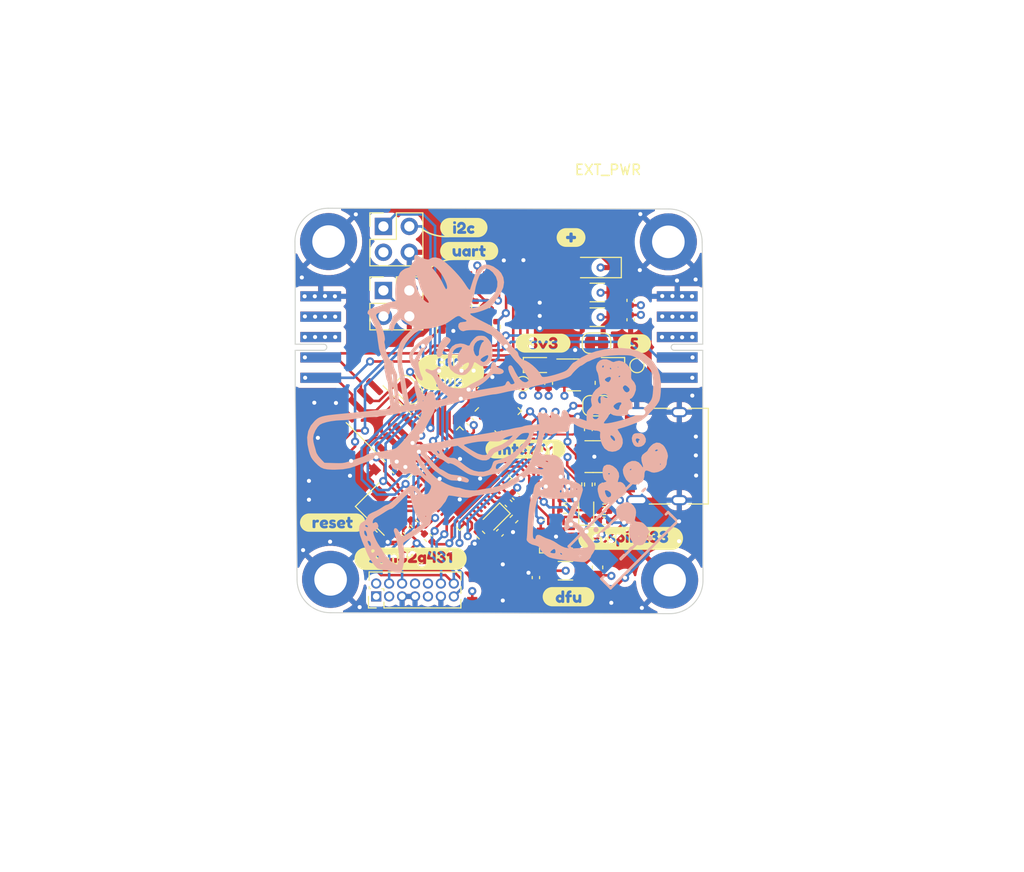
<source format=kicad_pcb>
(kicad_pcb (version 20221018) (generator pcbnew)
  (layers (0 "F.Cu" signal) (1 "In1.Cu" signal) (2 "In2.Cu" signal) (31 "B.Cu" signal) (34 "B.Paste" user) (35 "F.Paste" user) (36 "B.SilkS" user "B.Silkscreen") (37 "F.SilkS" user "F.Silkscreen") (38 "B.Mask" user) (39 "F.Mask" user) (44 "Edge.Cuts" user))
  (net 0 "")
  (net 1 "+3V3")
  (net 2 "GND")
  (net 3 "/mcu/XOUT")
  (net 4 "/mcu/XIN")
  (net 5 "/mcu/DFU")
  (net 6 "/mcu/RESET")
  (net 7 "/mcu/~{MOT_SHDN}")
  (net 8 "/motor driver/EN{slash}FAULT")
  (net 9 "Vmot")
  (net 10 "/mcu/USB_P")
  (net 11 "/mcu/USB_M")
  (net 12 "+5V")
  (net 13 "Net-(D201-A)")
  (net 14 "Net-(D301-A)")
  (net 15 "Net-(D701-A)")
  (net 16 "Net-(D702-A)")
  (net 17 "/I2C_SCL")
  (net 18 "/I2C_SDA")
  (net 19 "/UART_TX")
  (net 20 "/UART_RX")
  (net 21 "/CAN_H")
  (net 22 "/CAN_L")
  (net 23 "/mcu/~{SPI3_CSn}")
  (net 24 "/mcu/SPI3_CIPO")
  (net 25 "/display/TFT_COPI")
  (net 26 "/display/TFT_SCK")
  (net 27 "Net-(J106-Pin_2)")
  (net 28 "/motor driver/MOT_U")
  (net 29 "/motor driver/MOT_V")
  (net 30 "/motor driver/MOT_W")
  (net 33 "/mcu/SDIO")
  (net 34 "/mcu/SWCLK")
  (net 38 "/usb/USB_5V")
  (net 39 "/mcu/UCPD1_CC1")
  (net 41 "/mcu/UCPD1_CC2")
  (net 43 "/display/TFT_BL")
  (net 44 "/display/BL_K")
  (net 45 "Net-(U201-PA7)")
  (net 46 "/encoder/~{ENC_CS}")
  (net 47 "/display/~{TFT_CS}")
  (net 48 "/display/BL_A")
  (net 49 "/mcu/FDCAN1_TX")
  (net 50 "/mcu/FDCAN1_RX")
  (net 53 "/display/TFT_DC")
  (net 54 "/display/TFT_RESET")
  (net 57 "/encoder/ENC_SCK")
  (net 58 "/encoder/ENC_CIPO")
  (net 63 "/mcu/TIM1_CH1N")
  (net 64 "/mcu/TIM1_CH2N")
  (net 65 "/mcu/TIM1_CH3N")
  (net 66 "/mcu/TIM1_CH1")
  (net 67 "/mcu/TIM1_CH2")
  (net 68 "/mcu/TIM1_CH3")
  (net 82 "/mcu/USBD_M")
  (net 83 "/mcu/USBD_P")
  (footprint "kibuzzard-649CD3ED" (layer "F.Cu") (at 119.65 81.775)
    (fp_text reference "kibuzzard-649CD3ED" hide)
    (fp_text value "G***" hide)
  )
  (footprint "Capacitor_SMD:C_0402_1005Metric" (layer "F.Cu") (at 141.25 56.4 90)
    (fp_text reference "C707" hide)
    (fp_text value "10u")
  )
  (footprint "Diode_SMD:D_0603_1608Metric" (layer "F.Cu") (at 132.2 62.75)
    (fp_text reference "D702" hide)
    (fp_text value "3V3")
  )
  (footprint "Package_SO:SOIC-8_3.9x4.9mm_P1.27mm" (layer "F.Cu") (at 116.523924 67.975898 135)
    (fp_text reference "U101" hide)
    (fp_text value "SN65HVD230")
  )
  (footprint "Resistor_SMD:R_0402_1005Metric" (layer "F.Cu") (at 136.075 74.475 -90)
    (fp_text reference "R206" hide)
    (fp_text value "22R")
  )
  (footprint "Resistor_SMD:R_0402_1005Metric" (layer "F.Cu") (at 138.665 76.025)
    (fp_text reference "R303" hide)
    (fp_text value "3.3k")
  )
  (footprint "Capacitor_SMD:C_0402_1005Metric" (layer "F.Cu") (at 127.05 57 -90)
    (fp_text reference "C502" hide)
    (fp_text value "0.1u")
  )
  (footprint "Resistor_SMD:R_0402_1005Metric" (layer "F.Cu") (at 134.825 76.925 180)
    (fp_text reference "R301" hide)
    (fp_text value "18k")
  )
  (footprint "Resistor_SMD:R_0402_1005Metric" (layer "F.Cu") (at 133.2 64.5 90)
    (fp_text reference "R702" hide)
    (fp_text value "3.3k")
  )
  (footprint "kibuzzard-649CD402" (layer "F.Cu") (at 123.475 63.475)
    (fp_text reference "kibuzzard-649CD402" hide)
    (fp_text value "G***" hide)
  )
  (footprint "kibuzzard-649CD577" (layer "F.Cu") (at 112 78.225)
    (fp_text reference "kibuzzard-649CD577" hide)
    (fp_text value "G***" hide)
  )
  (footprint "Package_TO_SOT_SMD:SOT-23" (layer "F.Cu") (at 123.75 58 90)
    (fp_text reference "Q501" hide)
    (fp_text value "AO3400A")
  )
  (footprint "Resistor_SMD:R_0402_1005Metric" (layer "F.Cu") (at 119.996213 78.321213 135)
    (fp_text reference "R203" hide)
    (fp_text value "10k")
  )
  (footprint "MountingHole:MountingHole_3.2mm_M3_DIN965_Pad" (layer "F.Cu") (at 145.075 83.875)
    (fp_text reference "H104" hide)
    (fp_text value "M3")
  )
  (footprint "Jumper:SolderJumper-2_P1.3mm_Bridged_RoundedPad1.0x1.5mm" (layer "F.Cu") (at 137.95 66.75 180)
    (fp_text reference "JP601" hide)
    (fp_text value "USB5V")
  )
  (footprint "Capacitor_SMD:C_0603_1608Metric" (layer "F.Cu") (at 138 82.625 90)
    (fp_text reference "C303" hide)
    (fp_text value "22u")
  )
  (footprint "kibuzzard-649CD397" (layer "F.Cu") (at 141.25 79.775)
    (fp_text reference "kibuzzard-649CD397" hide)
    (fp_text value "G***" hide)
  )
  (footprint "matei:JST-XH-edgemount-2p" (layer "F.Cu") (at 139.954693 50.1375)
    (fp_text reference "J107" hide)
    (fp_text value "EXT_PWR")
  )
  (footprint "kibuzzard-649D0025" (layer "F.Cu") (at 141.6 60.65)
    (fp_text reference "kibuzzard-649D0025" hide)
    (fp_text value "G***" hide)
  )
  (footprint "Resistor_SMD:R_0402_1005Metric" (layer "F.Cu") (at 121.375 79.7 -45)
    (fp_text reference "R401" hide)
    (fp_text value "10k")
  )
  (footprint "Capacitor_SMD:C_0402_1005Metric" (layer "F.Cu") (at 138.64 78.05)
    (fp_text reference "C302" hide)
    (fp_text value "10n")
  )
  (footprint "Capacitor_SMD:C_0402_1005Metric" (layer "F.Cu") (at 132.175 64.5 90)
    (fp_text reference "C706" hide)
    (fp_text value "1u")
  )
  (footprint "kibuzzard-649CD439" (layer "F.Cu") (at 125.4 51.55)
    (fp_text reference "kibuzzard-649CD439" hide)
    (fp_text value "G***" hide)
  )
  (footprint "Capacitor_SMD:C_0402_1005Metric" (layer "F.Cu") (at 127.05 58.975 -90)
    (fp_text reference "C501" hide)
    (fp_text value "0.1u")
  )
  (footprint "Resistor_SMD:R_0402_1005Metric" (layer "F.Cu") (at 137.1 74.485 -90)
    (fp_text reference "R601" hide)
    (fp_text value "1.5k")
  )
  (footprint "kibuzzard-649CD42A" (layer "F.Cu") (at 124.875 49.25)
    (fp_text reference "kibuzzard-649CD42A" hide)
    (fp_text value "G***" hide)
  )
  (footprint "Diode_SMD:D_0603_1608Metric" (layer "F.Cu") (at 136.89 77 90)
    (fp_text reference "D301" hide)
    (fp_text value "FAULT")
  )
  (footprint "Jumper:SolderJumper-2_P1.3mm_Bridged_RoundedPad1.0x1.5mm" (layer "F.Cu") (at 137.9 60.6 180)
    (fp_text reference "JP701" hide)
    (fp_text value "EXT5V")
  )
  (footprint "Capacitor_SMD:C_1206_3216Metric" (layer "F.Cu") (at 134.85 82.95)
    (fp_text reference "C701" hide)
    (fp_text value "100u")
  )
  (footprint "Connector_PinHeader_1.27mm:PinHeader_2x07_P1.27mm_Vertical" (layer "F.Cu") (at 116.275 85.475 90)
    (fp_text reference "J201" hide)
    (fp_text value "STDC14")
  )
  (footprint "Resistor_SMD:R_0402_1005Metric" (layer "F.Cu") (at 128.075 59 90)
    (fp_text reference "R501" hide)
    (fp_text value "10k")
  )
  (footprint "MountingHole:MountingHole_3.2mm_M3_DIN965_Pad" (layer "F.Cu") (at 144.95 50.65)
    (fp_text reference "H101" hide)
    (fp_text value "M3")
  )
  (footprint "Diode_SMD:D_0603_1608Metric" (layer "F.Cu") (at 139.175 62.75 180)
    (fp_text reference "D701" hide)
    (fp_text value "5V")
  )
  (footprint "Capacitor_SMD:C_0402_1005Metric" (layer "F.Cu") (at 116.035589 79.335589 -45)
    (fp_text reference "C205" hide)
    (fp_text value "20p")
  )
  (footprint "Resistor_SMD:R_0402_1005Metric" (layer "F.Cu") (at 129.799965 77.871213 45)
    (fp_text reference "R202" hide)
    (fp_text value "10k")
  )
  (footprint "Diode_SMD:D_SOD-123" (layer "F.Cu") (at 137.975 53.175 180)
    (fp_text reference "D101" hide)
    (fp_text value "B5819W")
  )
  (footprint "kibuzzard-649CD3B4" (layer "F.Cu") (at 130.925 71)
    (fp_text reference "kibuzzard-649CD3B4" hide)
    (fp_text value "G***" hide)
  )
  (footprint "Crystal:Crystal_SMD_3225-4Pin_3.2x2.5mm" (layer "F.Cu") (at 116.812401 76.889482 -45)
    (fp_text reference "Y201" hide)
    (fp_text value "12MHz")
  )
  (footprint "Package_TO_SOT_SMD:SOT-23-6" (layer "F.Cu") (at 137.5625 71.745 180)
    (fp_text reference "U601" hide)
    (fp_text value "SRV05-4")
  )
  (footprint "kibuzzard-649CD53A" (layer "F.Cu") (at 135.15 85.5)
    (fp_text reference "kibuzzard-649CD53A" hide)
    (fp_text value "G***" hide)
  )
  (footprint "Package_DFN_QFN:VQFN-16-1EP_3x3mm_P0.5mm_EP1.8x1.8mm" (layer "F.Cu") (at 133.915 79.5875)
    (fp_text reference "U301" hide)
    (fp_text value "STSPIN233" hide)
  )
  (footprint "Capacitor_SMD:C_0402_1005Metric" (layer "F.Cu") (at 118.175 73.05 135)
    (fp_text reference "C202" hide)
    (fp_text value "0.1u")
  )
  (footprint "Capacitor_SMD:C_1206_3216Metric" (layer "F.Cu") (at 137.975 58.05 180)
    (fp_text reference "C704" hide)
    (fp_text value "100u")
  )
  (footprint "Resistor_SMD:R_0402_1005Metric" (layer "F.Cu") (at 126.025 58.99 90)
    (fp_text reference "R503" hide)
    (fp_text value "10k")
  )
  (footprint "Capacitor_SMD:C_0402_1005Metric" (layer "F.Cu") (at 129.975 75.625 -45)
    (fp_text reference "C204" hide)
    (fp_text value "0.1u")
  )
  (footprint "Capacitor_SMD:C_0402_1005Metric" (layer "F.Cu") (at 141.25 58.305 -90)
    (fp_text reference "C705" hide)
    (fp_text value "10u")
  )
  (footprint "Capacitor_SMD:C_1206_3216Metric" (layer "F.Cu") (at 137.975 55.625 180)
    (fp_text reference "C703" hide)
    (fp_text value "100u")
  )
  (footprint "kibuzzard-649D001F" (layer "F.Cu") (at 132.65 60.6)
    (fp_text reference "kibuzzard-649D001F" hide)
    (fp_text value "G***" hide)
  )
  (footprint "Resistor_SMD:R_0402_1005Metric" (layer "F.Cu") (at 139.125 69.025 90)
    (fp_text reference "R204" hide)
    (fp_text value "5.1k")
  )
  (footprint "Capacitor_SMD:C_0402_1005Metric" (layer "F.Cu") (at 121.489411 66.889411 -45)
    (fp_text reference "C101" hide)
    (fp_text value "0.1u")
  )
  (footprint "Connector_USB:USB_C_Receptacle_HRO_TYPE-C-31-M-12" (layer "F.Cu") (at 144.975 71.7 90)
    (fp_text reference "J601" hide)
    (fp_text value "USB_C_Receptacle_USB2.0")
  )
  (footprint "Jumper:SolderJumper-2_P1.3mm_Open_RoundedPad1.0x1.5mm" (layer "F.Cu") (at 119.425 65.175 -45)
    (fp_text reference "J106" hide)
    (fp_text value "CAN TERMINATION")
  )
  (footprint "Capacitor_SMD:C_0402_1005Metric" (layer "F.Cu") (at 126.510589 65.264411 -135)
    (fp_text reference "C401" hide)
    (fp_text value "0.1u")
  )
  (footprint "MountingHole:MountingHole_3.2mm_M3_DIN965_Pad" (layer "F.Cu") (at 111.6 50.625)
    (fp_text reference "H102" hide)
    (fp_text value "M3")
  )
  (footprint "Diode_SMD:D_0603_1608Metric" (layer "F.Cu") (at 127.860589 77.860589 -135)
    (fp_text reference "D201" hide)
    (fp_text value "USER")
  )
  (footprint "Resistor_SMD:R_0402_1005Metric" (layer "F.Cu") (at 138.15 64.5 90)
    (fp_text reference "R701" hide)
    (fp_text value "5.1k")
  )
  (footprint "Capacitor_SMD:C_0402_1005Metric" (layer "F.Cu") (at 139.15 64.5 90)
    (fp_text reference "C702" hide)
    (fp_text value "1u")
  )
  (footprint "Capacitor_SMD:C_0402_1005Metric" (layer "F.Cu") (at 125.510589 68.310589 135)
    (fp_text reference "C203" hide)
    (fp_text value "0.1u")
  )
  (footprint "MountingHole:MountingHole_3.2mm_M3_DIN965_Pad" (layer "F.Cu") (at 111.8 83.8)
    (fp_text reference "H103" hide)
    (fp_text value "M3")
  )
  (footprint "Package_TO_SOT_SMD:SOT-23" (layer "F.Cu") (at 135.68 63.72)
    (fp_text reference "U701" hide)
    (fp_text value "XC6206")
  )
  (footprint "matei:AVX-009159010061911" (layer "F.Cu") (at 113.424 65 90)
    (fp_text reference "J104" hide)
    (fp_text value "CANBUS_OUT" hide)
    (fp_line (start 0 -5.098863) (end 3.7 -5.098863) (stroke (width 0.1)) (layer "Edge.Cuts"))
    (fp_line (start 3.7 -5.098863) (end 3.7 -2.298863) (stroke (width 0.1)) (layer "Edge.Cuts"))
    (fp_line (start 4.3 -5.098863) (end 10 -5.098863) (stroke (width 0.1)) (layer "Edge.Cuts"))
    (fp_line (start 4.3 -2.298863) (end 4.3 -5.098863) (stroke (width 0.1)) (layer "Edge.Cuts"))
    (fp_arc (start 4.3 -2.298863) (mid 4 -1.998863) (end 3.7 -2.298863) (stroke (width 0.1)) (layer "Edge.Cuts"))
  )
  (footprint "Resistor_SMD:R_0402_1005Metric" (layer "F.Cu") (at 126.546213 79.446213 -45)
    (fp_text reference "R201" hide)
    (fp_text value "5.1k")
  )
  (footprint "Capacitor_SMD:C_0402_1005Metric" (layer "F.Cu") (at 138.125 69.025 90)
    (fp_text reference "C602" hide)
    (fp_text value "47p")
  )
  (footprint "Resistor_SMD:R_0402_1005Metric" (layer "F.Cu") (at 137.1 69.04 -90)
    (fp_text reference "R207" hide)
    (fp_text value "22R")
  )
  (footprint "Capacitor_SMD:C_0402_1005Metric" (layer "F.Cu") (at 129.260589 76.335589 -45)
    (fp_text reference "C201" hide)
    (fp_text value "0.1u")
  )
  (footprint "Capacitor_SMD:C_0402_1005Metric" (layer "F.Cu") (at 128.421178 79.225 -135)
    (fp_text reference "C207" hide)
    (fp_text value "0.1u")
  )
  (footprint "Capacitor_SMD:C_0402_1005Metric" (layer "F.Cu") (at 119.271213 79.021213 135)
    (fp_text reference "C208" hide)
    (fp_text value "0.1u")
  )
  (footprint "Package_DFN_QFN:QFN-48-1EP_7x7mm_P0.5mm_EP5.6x5.6mm" (layer "F.Cu") (at 124.480589 73.898089 45)
    (fp_text reference "U201" hide)
    (fp_text value "STM32G431" hide)
  )
  (footprint "Capacitor_SMD:C_0402_1005Metric" (layer "F.Cu") (at 131.95 83.625 90)
    (fp_text reference "C304" hide)
    (fp_text value "2.2u")
  )
  (footprint "Resistor_SMD:R_0402_1005Metric" (layer "F.Cu") (at 120.775 67.625 -45)
    (fp_text reference "R101" hide)
    (fp_text value "120R")
  )
  (footprint "matei:TS-1187A-B-A-B" (layer "F.Cu") (at 128.7 84.025)
    (fp_text reference "SW201" hide)
    (fp_text value "DFU" hide)
  )
  (footprint "Resistor_SMD:R_0402_1005Metric" (layer "F.Cu") (at 138.665 77.05)
    (fp_text reference "R302" hide)
    (fp_text value "18k")
  )
  (footprint "TestPoint:TestPoint_Pad_D1.0mm" (layer "F.Cu") (at 141.875 62.8)
    (fp_text reference "TP701" hide)
    (fp_text value "5V" hide)
  )
  (footprint "TestPoint:TestPoint_Pad_D1.0mm" (layer "F.Cu") (at 130.675 64.575)
    (fp_text reference "TP702" hide)
    (fp_text value "3V3" hide)
  )
  (footprint "Capacitor_SMD:C_0402_1005Metric" (layer "F.Cu") (at 134.825 75.925)
    (fp_text reference "C301" hide)
    (fp_text value "1n")
  )
  (footprint "Resistor_SMD:R_0402_1005Metric" (layer "F.Cu") (at 139.125 74.475 90)
    (fp_text reference "R205" hide)
    (fp_text value "5.1k")
  )
  (footprint "Package_DFN_QFN:QFN-16-1EP_3x3mm_P0.5mm_EP1.7x1.7mm" (layer "F.Cu") (at 128.2625 67.275 45)
    (fp_text reference "U401" hide)
    (fp_text value "MT6701" hide)
  )
  (footprint "Capacitor_SMD:C_0402_1005Metric" (layer "F.Cu") (at 138.1 74.45 -90)
    (fp_text reference "C601" hide)
    (fp_text value "47p")
  )
  (footprint "matei:TS-1187A-B-A-B" (layer "F.Cu") (at 112.7 72.2 135)
    (fp_text reference "SW202" hide)
    (fp_text value "RESET" hide)
  )
  (footprint "Connector_PinHeader_2.54mm:PinHeader_2x02_P2.54mm_Vertical" (layer "F.Cu") (at 116.985 49.135)
    (fp_text reference "J101" hide)
    (fp_text value "I2C")
  )
  (footprint "Connector_PinHeader_2.54mm:PinHeader_2x02_P2.54mm_Vertical" (layer "F.Cu") (at 116.985 55.425)
    (fp_text reference "J102" hide)
    (fp_text value "UART")
  )
  (footprint "Resistor_SMD:R_0402_1005Metric" (layer "F.Cu") (at 126.025 57 90)
    (fp_text reference "R502" hide)
    (fp_text value "22R")
  )
  (footprint "kibuzzard-649DBEEB" (layer "F.Cu") (at 135.4 50.225 180)
    (fp_text reference "kibuzzard-649DBEEB" hide)
    (fp_text value "G***" hide)
  )
  (footprint "Capacitor_SMD:C_0402_1005Metric" (layer "F.Cu") (at 118.571213 79.721213 -45)
    (fp_text reference "C206" hide)
    (fp_text value "20p")
  )
  (footprint "matei:FPC-SMD_3P-P1.00_HDGC_1.0K-LS-3PWB-BOTTOMCONTACT" (layer "B.Cu") (at 141.252588 80.077588 45)
    (fp_text reference "J109" hide)
    (fp_text value "MOT_FPC" hide)
  )
  (footprint "matei:FPC-SMD_3P-P1.00_HDGC_1.0K-LS-3PWB-BOTTOMCONTACT" (layer "B.Cu") (at 139.764621 78.586439 -135)
    (fp_text reference "J110" hide)
    (fp_text value "MOT_FPC2" hide)
  )
  (footprint "matei:oyster_silk" (layer "B.Cu") (at 126.425 67.15 180)
    (fp_text reference "G***" hide)
    (fp_text value "LOGO" hide)
  )
  (footprint "kibuzzard-649DBE26" (layer "B.Cu") (at 131.6 50.125 180)
    (fp_text reference "kibuzzard-649DBE26" hide)
    (fp_text value "G***" hide)
  )
  (footprint "matei:AVX-009159010061911" (layer "B.Cu") (at 143.226 65 90)
    (fp_text reference "J103" hide)
    (fp_text value "CANBUS_IN" hide)
    (fp_line (start 0 5.098863) (end 3.7 5.098863) (stroke (width 0.1)) (layer "Edge.Cuts"))
    (fp_line (start 3.7 5.098863) (end 3.7 2.298863) (stroke (width 0.1)) (layer "Edge.Cuts"))
    (fp_line (start 4.3 2.298863) (end 4.3 5.098863) (stroke (width 0.1)) (layer "Edge.Cuts"))
    (fp_line (start 4.3 5.098863) (end 10 5.098863) (stroke (width 0.1)) (layer "Edge.Cuts"))
    (fp_arc (start 3.7 2.298863) (mid 4 1.998863) (end 4.3 2.298863) (stroke (width 0.1)) (layer "Edge.Cuts"))
  )
  (footprint "matei:GC9A01Round1.28_flipped_mount_easy_esc" (layer "B.Cu") (at 127.975 54.5375 -90)
    (fp_text reference "U501" hide)
    (fp_text value "GC9A01")
  )
  (gr_arc (start 120.807218 54.062397) (mid 122.249504 52.786525) (end 124.125 52.35) (stroke (width 0.15)) (layer "F.SilkS"))
  (gr_arc (start 123.375 50.125) (mid 122.037051 49.987651) (end 120.812962 49.430355) (stroke (width 0.15)) (layer "F.SilkS"))
  (gr_arc (start 111.806986 87.075336) (mid 109.475 86.125) (end 108.506891 83.800336) (stroke (width 0.1)) (layer "Edge.Cuts"))
  (gr_line (start 145.075336 87.168109) (end 111.806986 87.075336) (stroke (width 0.1)) (layer "Edge.Cuts"))
  (gr_arc (start 144.968014 47.424664) (mid 147.300004 48.375003) (end 148.268109 50.699664) (stroke (width 0.1)) (layer "Edge.Cuts"))
  (gr_line (start 108.3 50.65) (end 108.325137 55) (stroke (width 0.1)) (layer "Edge.Cuts"))
  (gr_line (start 111.575 47.349905) (end 144.968014 47.424664) (stroke (width 0.1)) (layer "Edge.Cuts"))
  (gr_line (start 148.268109 50.699664) (end 148.324863 55) (stroke (width 0.1)) (layer "Edge.Cuts"))
  (gr_arc (start 108.3 50.65) (mid 109.250336 48.318014) (end 111.575 47.349905) (stroke (width 0.1)) (layer "Edge.Cuts"))
  (gr_line (start 148.324863 65) (end 148.350336 83.868014) (stroke (width 0.1)) (layer "Edge.Cuts"))
  (gr_line (start 108.506891 83.800336) (end 108.325137 65) (stroke (width 0.1)) (layer "Edge.Cuts"))
  (gr_arc (start 148.350336 83.868014) (mid 147.4 86.2) (end 145.075336 87.168109) (stroke (width 0.1)) (layer "Edge.Cuts"))
  (segment (start 127.405133 66.064079) (end 127.758686 65.710526) (width 0.25) (layer "F.Cu") (net 1))
  (segment (start 128.7 75.775) (end 128.921178 75.996178) (width 0.25) (layer "F.Cu") (net 1))
  (segment (start 126.2 52.975) (end 126.225 53) (width 0.25) (layer "F.Cu") (net 1))
  (segment (start 127.699462 57.845538) (end 127.05 58.495) (width 0.25) (layer "F.Cu") (net 1))
  (segment (start 128.530184 75.788191) (end 128.543375 75.775) (width 0.25) (layer "F.Cu") (net 1))
  (segment (start 128.921178 75.996178) (end 128.925 75.996178) (width 0.25) (layer "F.Cu") (net 1))
  (segment (start 127.758686 65.710526) (end 128.894212 64.575) (width 0.25) (layer "F.Cu") (net 1))
  (segment (start 121.15 65.025305) (end 121.15 66.55) (width 0.25) (layer "F.Cu") (net 1))
  (segment (start 125.85 69.346697) (end 125.85 68.65) (width 0.25) (layer "F.Cu") (net 1))
  (segment (start 120.35 64.225305) (end 121.15 65.025305) (width 0.25) (layer "F.Cu") (net 1))
  (segment (start 120.693201 69.67775) (end 120.691632 69.679319) (width 0.25) (layer "F.Cu") (net 1))
  (segment (start 119.45557 72.762157) (end 120.105366 73.411953) (width 0.25) (layer "F.Cu") (net 1))
  (segment (start 118.514411 73.314411) (end 118.514411 73.389411) (width 0.25) (layer "F.Cu") (net 1))
  (segment (start 133.2 65.01) (end 133.2 65.775) (width 0.25) (layer "F.Cu") (net 1))
  (segment (start 119.066902 72.762394) (end 119.066665 72.762157) (width 0.25) (layer "F.Cu") (net 1))
  (segment (start 139.175138 76.025138) (end 139.175 76.025) (width 0.25) (layer "F.Cu") (net 1))
  (segment (start 127.057609 56.52) (end 127.699462 57.161853) (width 0.25) (layer "F.Cu") (net 1))
  (segment (start 127.758686 65.710526) (end 127.758686 65.708686) (width 0.25) (layer "F.Cu") (net 1))
  (segment (start 126.975 64.925) (end 126.85 64.925) (width 0.25) (layer "F.Cu") (net 1))
  (segment (start 133.54 64.67) (end 133.2 65.01) (width 0.25) (layer "F.Cu") (net 1))
  (segment (start 119.6 63.425) (end 120.35 64.175) (width 0.25) (layer "F.Cu") (net 1))
  (segment (start 133.17 64.98) (end 133.2 65.01) (width 0.25) (layer "F.Cu") (net 1))
  (segment (start 127.843161 76.2) (end 128.717356 76.2) (width 0.25) (layer "F.Cu") (net 1))
  (segment (start 135.025 72.629251) (end 135.765749 73.37) (width 0.25) (layer "F.Cu") (net 1))
  (segment (start 119.066665 72.762157) (end 118.514411 73.314411) (width 0.25) (layer "F.Cu") (net 1))
  (segment (start 132.175 64.98) (end 133.17 64.98) (width 0.25) (layer "F.Cu") (net 1))
  (segment (start 134.7425 64.67) (end 134.7425 65.7675) (width 0.25) (layer "F.Cu") (net 1))
  (segment (start 128.925 75.996178) (end 129.635589 75.285589) (width 0.25) (layer "F.Cu") (net 1))
  (segment (start 119.066665 72.762157) (end 119.45557 72.762157) (width 0.25) (layer "F.Cu") (net 1))
  (segment (start 130.675 65.7) (end 130.65 65.725) (width 0.25) (layer "F.Cu") (net 1))
  (segment (start 127.015 56.52) (end 127.05 56.52) (width 0.25) (layer "F.Cu") (net 1))
  (segment (start 127.06 56.52) (end 127.05 56.52) (width 0.25) (layer "F.Cu") (net 1))
  (segment (start 130.675 64.575) (end 130.675 65.7) (width 0.25) (layer "F.Cu") (net 1))
  (segment (start 127.795152 75.444885) (end 128.138458 75.788191) (width 0.25) (layer "F.Cu") (net 1))
  (segment (start 122.054039 77.76962) (end 122.03038 77.76962) (width 0.25) (layer "F.Cu") (net 1))
  (segment (start 126.025 57.51) (end 127.015 56.52) (width 0.25) (layer "F.Cu") (net 1))
  (segment (start 128.138458 75.788191) (end 128.530184 75.788191) (width 0.25) (layer "F.Cu") (net 1))
  (segment (start 127.05 58.495) (end 127.06 58.495) (width 0.25) (layer "F.Cu") (net 1))
  (segment (start 135.054575 71.783425) (end 135.025 71.813) (width 0.25) (layer "F.Cu") (net 1))
  (segment (start 140.195511 76.025138) (end 139.175138 76.025138) (width 0.25) (layer "F.Cu") (net 1))
  (segment (start 127.05 56.52) (end 127.057609 56.52) (width 0.25) (layer "F.Cu") (net 1))
  (segment (start 128.894212 64.575) (end 130.675 64.575) (width 0.25) (layer "F.Cu") (net 1))
  (segment (start 128.543375 75.775) (end 128.7 75.775) (width 0.25) (layer "F.Cu") (net 1))
  (segment (start 138.155 77.05) (end 138.155 77.045) (width 0.25) (layer "F.Cu") (net 1))
  (segment (start 138.105 77) (end 138.155 77.05) (width 0.25) (layer "F.Cu") (net 1))
  (segment (start 131.77 64.575) (end 132.175 64.98) (width 0.25) (layer "F.Cu") (net 1))
  (segment (start 130.112569 74.793509) (end 130.071178 74.8349) (width 0.25) (layer "F.Cu") (net 1))
  (segment (start 136.495 73.37) (end 137.1 73.975) (width 0.25) (layer "F.Cu") (net 1))
  (segment (start 129.05007 75.285589) (end 129.635589 75.285589) (width 0.25) (layer "F.Cu") (net 1))
  (segment (start 127.441599 75.798438) (end 127.843161 76.2) (width 0.25) (layer "F.Cu") (net 1))
  (segment (start 134.7425 64.67) (end 133.54 64.67) (width 0.25) (layer "F.Cu") (net 1))
  (segment (start 128.502259 74.737778) (end 129.05007 75.285589) (width 0.25) (layer "F.Cu") (net 1))
  (segment (start 125.320278 69.876419) (end 125.85 69.346697) (width 0.25) (layer "F.Cu") (net 1))
  (segment (start 128.717356 76.2) (end 128.921178 75.996178) (width 0.25) (layer "F.Cu") (net 1))
  (segment (start 130.675 64.575) (end 131.77 64.575) (width 0.25) (layer "F.Cu") (net 1))
  (segment (start 119.138314 72.762394) (end 119.066902 72.762394) (width 0.25) (layer "F.Cu") (net 1))
  (segment (start 134.7425 65.7675) (end 134.75 65.775) (width 0.25) (layer "F.Cu") (net 1))
  (segment (start 130.071178 74.85) (end 129.635589 75.285589) (width 0.25) (layer "F.Cu") (net 1))
  (segment (start 120.35 64.175) (end 120.35 64.225305) (width 0.25) (layer "F.Cu") (net 1))
  (segment (start 121.118163 78.681837) (end 120.356837 78.681837) (width 0.25) (layer "F.Cu") (net 1))
  (segment (start 132.175 64.98) (end 132.175 65.75) (width 0.25) (layer "F.Cu") (net 1))
  (segment (start 126.225 54.5375) (end 126.225 55.695) (width 0.25) (layer "F.Cu") (net 1))
  (segment (start 122.03038 77.76962) (end 121.118163 78.681837) (width 0.25) (layer "F.Cu") (net 1))
  (segment (start 126.225 55.695) (end 127.05 56.52) (width 0.25) (layer "F.Cu") (net 1))
  (segment (start 135.41 77) (end 138.105 77) (width 0.25) (layer "F.Cu") (net 1))
  (segment (start 120.691632 69.679319) (end 119.125371 69.679319) (width 0.25) (layer "F.Cu") (net 1))
  (segment (start 130.071178 74.8349) (end 130.071178 74.85) (width 0.25) (layer "F.Cu") (net 1))
  (segment (start 127.699462 57.161853) (end 127.699462 57.845538) (width 0.25) (layer "F.Cu") (net 1))
  (segment (start 135.765749 73.37) (end 136.495 73.37) (width 0.25) (layer "F.Cu") (net 1))
  (segment (start 120.356837 78.681837) (end 121.014376 79.339376) (width 0.25) (layer "F.Cu") (net 1))
  (segment (start 127.758686 65.708686) (end 126.975 64.925) (width 0.25) (layer "F.Cu") (net 1))
  (segment (start 127.06 58.495) (end 128.075 59.51) (width 0.25) (layer "F.Cu") (net 1))
  (segment (start 126.225 53) (end 126.225 54.5375) (width 0.25) (layer "F.Cu") (net 1))
  (segment (start 135.025 71.813) (end 135.025 72.629251) (width 0.25) (layer "F.Cu") (net 1))
  (segment (start 127.405133 66.06408) (end 127.405133 66.064079) (width 0.25) (layer "F.Cu") (net 1))
  (segment (start 125.7 84.95) (end 125.7 85.9) (width 0.25) (layer "F.Cu") (net 1))
  (segment (start 119.125371 69.679319) (end 118.723026 69.276974) (width 0.25) (layer "F.Cu") (net 1))
  (segment (start 135.335 76.925) (end 135.41 77) (width 0.25) (layer "F.Cu") (net 1))
  (segment (start 138.155 77.045) (end 139.175 76.025) (width 0.25) (layer "F.Cu") (net 1))
  (via (at 134.75 65.775) (size 0.8) (drill 0.4) (layers "F.Cu" "B.Cu") (net 1))
  (via (at 133.2 65.775) (size 0.8) (drill 0.4) (layers "F.Cu" "B.Cu") (net 1))
  (via (at 130.112569 74.793509) (size 0.8) (drill 0.4) (layers "F.Cu" "B.Cu") (net 1))
  (via (at 119.138314 72.762394) (size 0.8) (drill 0.4) (layers "F.Cu" "B.Cu") (net 1))
  (via (at 130.65 65.725) (size 0.8) (drill 0.4) (layers "F.Cu" "B.Cu") (net 1))
  (via (at 132.175 65.75) (size 0.8) (drill 0.4) (layers "F.Cu" "B.Cu") (net 1))
  (via (at 135.054575 71.783425) (size 0.8) (drill 0.4) (layers "F.Cu" "B.Cu") (net 1))
  (via (at 125.7 84.95) (size 0.8) (drill 0.4) (layers "F.Cu" "B.Cu") (net 1))
  (via (at 119.6 63.425) (size 0.8) (drill 0.4) (layers "F.Cu" "B.Cu") (net 1))
  (via (at 126.2 52.975) (size 0.8) (drill 0.4) (layers "F.Cu" "B.Cu") (net 1))
  (via (at 122.054039 77.76962) (size 0.8) (drill 0.4) (layers "F.Cu" "B.Cu") (net 1))
  (via (at 125.85 68.65) (size 0.8) (drill 0.4) (layers "F.Cu" "B.Cu") (net 1))
  (via (at 140.195511 76.025138) (size 0.8) (drill 0.4) (layers "F.Cu" "B.Cu") (net 1))
  (via (at 120.693201 69.67775) (size 0.8) (drill 0.4) (layers "F.Cu" "B.Cu") (net 1))
  (segment (start 130.65 62.75) (end 129.475 63.925) (width 0.25) (layer "F.Cu") (net 2))
  (segment (start 118.926421 78.687183) (end 118.926421 80.044827) (width 0.25) (layer "F.Cu") (net 2))
  (segment (start 116.375 79.675) (end 116.95 79.675) (width 0.25) (layer "F.Cu") (net 2))
  (segment (start 126.403814 66.771186) (end 126.698026 66.771186) (width 0.25) (layer "F.Cu") (net 2))
  (segment (start 133.165 80.3375) (end 133.915 79.5875) (width 0.25) (layer "F.Cu") (net 2))
  (segment (start 116.95 79.675) (end 117.4 80.125) (width 0.25) (layer "F.Cu") (net 2))
  (segment (start 134.665 80.3375) (end 133.9275 79.6) (width 0.25) (layer "F.Cu") (net 2))
  (segment (start 118.288178 72.236777) (end 117.835589 72.689366) (width 0.25) (layer "F.Cu") (net 2))
  (segment (start 130.310589 75.964411) (end 129.6 76.675) (width 0.25) (layer "F.Cu") (net 2))
  (segment (start 137.175 81.85) (end 138 81.85) (width 0.35) (layer "F.Cu") (net 2))
  (segment (start 118.910624 80.060624) (end 118.846248 80.125) (width 0.25) (layer "F.Cu") (net 2))
  (segment (start 126.025 58.48) (end 126.05 58.48) (width 0.25) (layer "F.Cu") (net 2))
  (segment (start 124.7 58.9375) (end 124.30885 58.9375) (width 0.25) (layer "F.Cu") (net 2))
  (segment (start 126.025 58.48) (end 127 59.455) (width 0.25) (layer "F.Cu") (net 2))
  (segment (start 124.125 54.5375) (end 124.125 52.725) (width 0.25) (layer "F.Cu") (net 2))
  (segment (start 117.558597 69.908597) (end 117.825 70.175) (width 0.25) (layer "F.Cu") (net 2))
  (segment (start 140.93 68.45) (end 140.93 68.295) (width 0.25) (layer "F.Cu") (net 2))
  (segment (start 124.30885 58.9375) (end 123.846221 59.400129) (width 0.25) (layer "F.Cu") (net 2))
  (segment (start 126.951974 63.925) (end 127.675 63.925) (width 0.25) (layer "F.Cu") (net 2))
  (segment (start 131.23 83.145) (end 131.225 83.15) (width 0.25) (layer "F.Cu") (net 2))
  (segment (start 126.137888 80.493111) (end 127.153067 80.493111) (width 0.25) (layer "F.Cu") (net 2))
  (segment (start 141.295 76.02) (end 141.845 76.02) (width 0.25) (layer "F.Cu") (net 2))
  (segment (start 125.171178 67.971178) (end 125.203822 67.971178) (width 0.25) (layer "F.Cu") (net 2))
  (segment (start 113.812299 72.162299) (end 116.066001 69.908597) (width 0.25) (layer "F.Cu") (net 2))
  (segment (start 130.160589 78.698048) (end 130.160589 77.510589) (width 0.25) (layer "F.Cu") (net 2))
  (segment (start 124.7 59.145538) (end 125.649462 60.095) (width 0.25) (layer "F.Cu") (net 2))
  (segment (start 139.125 74.985) (end 140.895 74.985) (width 0.25) (layer "F.Cu") (net 2))
  (segment (start 132.175 64.02) (end 132.175 63.5125) (width 0.25) (layer "F.Cu") (net 2))
  (segment (start 132.4275 80.3375) (end 133.165 80.3375) (width 0.25) (layer "F.Cu") (net 2))
  (segment (start 126.171178 65.603822) (end 126.165797 65.598441) (width 0.25) (layer "F.Cu") (net 2))
  (segment (start 116.989178 79.060822) (end 116.989178 78.26834) (width 0.25) (layer "F.Cu") (net 2))
  (segment (start 136.325 82.95) (end 136.325 82.7) (width 0.35) (layer "F.Cu") (net 2))
  (segment (start 116.066001 69.908597) (end 117.558597 69.908597) (width 0.25) (layer "F.Cu") (net 2))
  (segment (start 136.11 67.885) (end 136.05 67.825) (width 0.35) (layer "F.Cu") (net 2))
  (segment (start 138.125 68.545) (end 138.125 68.513751) (width 0.35) (layer "F.Cu") (net 2))
  (segment (start 121.6005 68.925) (end 121.828822 68.696678) (width 0.25) (layer "F.Cu") (net 2))
  (segment (start 132.325 56.625) (end 131.825 56.125) (width 0.25) (layer "F.Cu") (net 2))
  (segment (start 124.7 58.9375) (end 124.7 59.145538) (width 0.25) (layer "F.Cu") (net 2))
  (segment (start 128.417436 77.303742) (end 128.971258 77.303742) (width 0.25) (layer "F.Cu") (net 2))
  (segment (start 135.4025 80.3375) (end 134.665 80.3375) (width 0.25) (layer "F.Cu") (net 2))
  (segment (start 133.925 79.6) (end 133.925 79.5975) (width 0.25) (layer "F.Cu") (net 2))
  (segment (start 140.93 74.95) (end 140.93 75.105) (width 0.25) (layer "F.Cu") (net 2))
  (segment (start 126.41 60.095) (end 127.05 59.455) (width 0.25) (layer "F.Cu") (net 2))
  (segment (start 129.6 76.675) (end 129.6 76.95) (width 0.25) (layer "F.Cu") (net 2))
  (segment (start 131.4125 62.75) (end 130.65 62.75) (width 0.25) (layer "F.Cu") (net 2))
  (segment (start 135.809071 75.925) (end 135.819322 75.914749) (width 0.25) (layer "F.Cu") (net 2))
  (segment (start 126.698026 66.771186) (end 126.171178 66.244338) (width 0.25) (layer "F.Cu") (net 2))
  (segment (start 137.692 71.745) (end 137.687 71.75) (width 0.25) (layer "F.Cu") (net 2))
  (segment (start 127.153067 80.493111) (end 128.081767 79.564411) (width 0.25) (layer "F.Cu") (net 2))
  (segment (start 138.125 68.513751) (end 137.496249 67.885) (width 0.35) (layer "F.Cu") (net 2))
  (segment (start 138.7 71.745) (end 137.692 71.745) (width 0.25) (layer "F.Cu") (net 2))
  (segment (start 140.895 74.985) (end 140.93 74.95) (width 0.25) (layer "F.Cu") (net 2))
  (segment (start 129.702122 79.156515) (end 130.160589 78.698048) (width 0.25) (layer "F.Cu") (net 2))
  (segment (start 139.15 63.5625) (end 139.9625 62.75) (width 0.25) (layer "F.Cu") (net 2))
  (segment (start 118.846248 80.125) (end 117.4 80.125) (width 0.25) (layer "F.Cu") (net 2))
  (segment (start 129.475 63.925) (end 127.675 63.925) (width 0.25) (layer "F.Cu") (net 2))
  (segment (start 127.625 54.5375) (end 127.625 52.85) (width 0.25) (layer "F.Cu") (net 2))
  (segment (start 139.265 78.05) (end 141.295 76.02) (width 0.25) (layer "F.Cu") (net 2))
  (segment (start 138.1 74.93) (end 139.07 74.93) (width 0.25) (layer "F.Cu") (net 2))
  (segment (start 131.95 83.145) (end 131.23 83.145) (width 0.25) (layer "F.Cu") (net 2))
  (segment (start 131.825 56.125) (end 131.825 54.5375) (width 0.25) (layer "F.Cu") (net 2))
  (segment (start 129.6 76.95) (end 130.160589 77.510589) (width 0.25) (layer "F.Cu") (net 2))
  (segment (start 136.325 82.7) (end 137.175 81.85) (width 0.35) (layer "F.Cu") (net 2))
  (segment (start 140.93 68.295) (end 141.845 67.38) (width 0.25) (layer "F.Cu") (net 2))
  (segment (start 132.175 63.5125) (end 131.4125 62.75) (width 0.25) (layer "F.Cu") (net 2))
  (segment (start 112.325 66.475) (end 112.328949 66.475) (width 0.25) (layer "F.Cu") (net 2))
  (segment (start 127.625 52.85) (end 127.65 52.825) (width 0.25) (layer "F.Cu") (net 2))
  (segment (start 125.939193 80.294416) (end 126.137888 80.493111) (width 0.25) (layer "F.Cu") (net 2))
  (segment (start 134.7425 62.77) (end 134.7425 62.333) (width 0.35) (layer "F.Cu") (net 2))
  (segment (start 139.07 74.93) (end 139.125 74.985) (width 0.25) (layer "F.Cu") (net 2))
  (segment (start 127 59.455) (end 127.05 59.455) (width 0.25) (layer "F.Cu") (net 2))
  (segment (start 134.665 81.075) (end 134.665 80.3375) (width 0.25) (layer "F.Cu") (net 2))
  (segment (start 112.328949 66.475) (end 113.426796 67.572847) (width 0.25) (layer "F.Cu") (net 2))
  (segment (start 126.05 58.48) (end 127.05 57.48) (width 0.25) (layer "F.Cu") (net 2))
  (segment (start 133.665 81.075) (end 133.665 79.8375) (width 0.25) (layer "F.Cu") (net 2))
  (segment (start 125.203822 67.971178) (end 126.403814 66.771186) (width 0.25) (layer "F.Cu") (net 2))
  (segment (start 125.649462 60.095) (end 126.41 60.095) (width 0.25) (layer "F.Cu") (net 2))
  (segment (start 117.835589 72.689366) (end 117.835589 72.710589) (width 0.25) (layer "F.Cu") (net 2))
  (segment (start 139.12 78.05) (end 139.265 78.05) (width 0.25) (layer "F.Cu") (net 2))
  (segment (start 126.925 54.5375) (end 127.625 54.5375) (width 0.25) (layer "F.Cu") (net 2))
  (segment (start 133.925 79.5975) (end 133.915 79.5875) (width 0.25) (layer "F.Cu") (net 2))
  (segment (start 130.314411 75.964411) (end 130.310589 75.964411) (width 0.25) (layer "F.Cu") (net 2))
  (segment (start 126.165797 64.711177) (end 126.951974 63.925) (width 0.25) (layer "F.Cu") (net 2))
  (segment (start 121.828822 68.696678) (end 121.828822 67.228822) (width 0.25) (layer "F.Cu") (net 2))
  (segment (start 126.165797 65.598441) (end 126.165797 64.711177) (width 0.25) (layer "F.Cu") (net 2))
  (segment (start 116.375 79.675) (end 116.989178 79.060822) (width 0.25) (layer "F.Cu") (net 2))
  (segment (start 140.93 75.105) (end 141.845 76.02) (width 0.25) (layer "F.Cu") (net 2))
  (segment (start 139.15 64.02) (end 139.15 63.5625) (width 0.25) (layer "F.Cu") (net 2))
  (segment (start 137.496249 67.885) (end 136.11 67.885) (width 0.35) (layer "F.Cu") (net 2))
  (segment (start 131.825 54.5375) (end 131.825 52.775) (width 0.25) (layer "F.Cu") (net 2))
  (segment (start 126.171178 66.244338) (end 126.171178 65.603822) (width 0.25) (layer "F.Cu") (net 2))
  (segment (start 133.9275 79.6) (end 133.925 79.6) (width 0.25) (layer "F.Cu") (net 2))
  (segment (start 134.7425 62.333) (end 135.8 61.2755) (width 0.35) (layer "F.Cu") (net 2))
  (segment (start 128.971258 77.303742) (end 129.6 76.675) (width 0.25) (layer "F.Cu") (net 2))
  (segment (start 135.305 75.925) (end 135.809071 75.925) (width 0.25) (layer "F.Cu") (net 2))
  (segment (start 118.926421 80.044827) (end 118.910624 80.060624) (width 0.25) (layer "F.Cu") (net 2))
  (segment (start 133.665 79.8375) (end 133.915 79.5875) (width 0.25) (layer "F.Cu") (net 2))
  (segment (start 118.931802 78.681802) (end 118.926421 78.687183) (width 0.25) (layer "F.Cu") (net 2))
  (via (at 130.725 52.45) (size 0.8) (drill 0.4) (layers "F.Cu" "B.Cu") (net 2))
  (via (at 136.05 67.825) (size 0.8) (drill 0.4) (layers "F.Cu" "B.Cu") (net 2))
  (via (at 145.35 55.975) (size 0.8) (drill 0.4) (layers "F.Cu" "B.Cu") (net 2))
  (via (at 110.2 66.45) (size 0.8) (drill 0.4) (layers "F.Cu" "B.Cu") (net 2))
  (via (at 146.3 56) (size 0.8) (drill 0.4) (layers "F.Cu" "B.Cu") (net 2))
  (via (at 132.325 56.625) (size 0.8) (drill 0.4) (layers "F.Cu" "B.Cu") (net 2))
  (via (at 112.225 56) (size 0.8) (drill 0.4) (layers "F.Cu" "B.Cu") (net 2))
  (via (at 132.325 57.925) (size 0.8) (drill 0.4) (layers "F.Cu" "B.Cu") (net 2))
  (via (at 132.325 59.125) (size 0.8) (drill 0.4) (layers "F.Cu" "B.Cu") (net 2))
  (via (at 147.3 65.75) (size 0.8) (drill 0.4) (layers "F.Cu" "B.Cu") (net 2))
  (via (at 139.35 86.1) (size 0.8) (drill 0.4) (layers "F.Cu" "B.Cu") (net 2))
  (via (at 110.25 56) (size 0.8) (drill 0.4) (layers "F.Cu" "B.Cu") (net 2))
  (via (at 128.8 52.475) (size 0.8) (drill 0.4) (layers "F.Cu" "B.Cu") (net 2))
  (via (at 128.7 85.875) (size 0.8) (drill 0.4) (layers "F.Cu" "B.Cu") (net 2))
  (via (at 135.8 61.2755) (size 0.8) (drill 0.4) (layers "F.Cu" "B.Cu") (net 2))
  (via (at 147.625 54.35) (size 0.8) (drill 0.4) (layers "F.Cu" "B.Cu") (net 2))
  (via (at 109.675 74.125) (size 0.8) (drill 0.4) (layers "F.Cu" "B.Cu") (net 2))
  (via (at 109.675 75.975) (size 0.8) (drill 0.4) (layers "F.Cu" "B.Cu") (net 2))
  (via (at 109.1 80.925) (size 0.8) (drill 0.4) (layers "F.Cu" "B.Cu") (net 2))
  (via (at 114.65 86.525) (size 0.8) (drill 0.4) (layers "F.Cu" "B.Cu") (net 2))
  (via (at 147.275 56) (size 0.8) (drill 0.4) (layers "F.Cu" "B.Cu") (net 2))
  (via (at 147.65 69.775) (size 0.8) (drill 0.4) (layers "F.Cu" "B.Cu") (net 2))
  (via (at 111.25 55.975) (size 0.8) (drill 0.4) (layers "F.Cu" "B.Cu") (net 2))
  (via (at 113.812299 72.162299) (size 0.8) (drill 0.4) (layers "F.Cu" "B.Cu") (net 2))
  (via (at 145.8 54.45) (size 0.8) (drill 0.4) (layers "F.Cu" "B.Cu") (net 2))
  (via (at 124.45 73.95) (size 0.8) (drill 0.4) (layers "F.Cu" "B.Cu") (net 2))
  (via (at 112.325 66.475) (size 0.8) (drill 0.4) (layers "F.Cu" "B.Cu") (net 2))
  (via (at 125.939193 80.294416) (size 0.8) (drill 0.4) (layers "F.Cu" "B.Cu") (net 2))
  (via (at 146 80.05) (size 0.8) (drill 0.4) (layers "F.Cu" "B.Cu") (net 2))
  (via (at 118.288178 72.236777) (size 0.8) (drill 0.4) (layers "F.Cu" "B.Cu") (net 2))
  (via (at 142.2 47.925) (size 0.8) (drill 0.4) (layers "F.Cu" "B.Cu") (net 2))
  (via (at 128.7 82.325) (size 0.8) (drill 0.4) (layers "F.Cu" "B.Cu") (net 2))
  (via (at 109.25 56) (size 0.8) (drill 0.4) (layers "F.Cu" "B.Cu") (net 2))
  (via (at 123.846221 59.400129) (size 0.8) (drill 0.4) (layers "F.Cu" "B.Cu") (net 2))
  (via (at 126.475 73.9) (size 0.8) (drill 0.4) (layers "F.Cu" "B.Cu") (net 2))
  (via (at 137.687 71.75) (size 0.8) (drill 0.4) (layers "F.Cu" "B.Cu") (net 2))
  (via (at 144.35 55.975) (size 0.8) (drill 0.4) (layers "F.Cu" "B.Cu") (net 2))
  (via (at 131.225 83.15) (size 0.8) (drill 0.4) (layers "F.Cu" "B.Cu") (net 2))
  (via (at 135.819322 75.914749) (size 0.8) (drill 0.4) (layers "F.Cu" "B.Cu") (net 2))
  (via (at 129.702122 79.156515) (size 0.8) (drill 0.4) (layers "F.Cu" "B.Cu") (net 2))
  (via (at 146 78.1) (size 0.8) (drill 0.4) (layers "F.Cu" "B.Cu") (net 2))
  (via (at 110.55 69.9) (size 0.8) (drill 0.4) (layers "F.Cu" "B.Cu") (net 2))
  (via (at 142.35 86.6) (size 0.8) (drill 0.4) (layers "F.Cu" "B.Cu") (net 2))
  (via (at 121.6005 68.925) (size 0.8) (drill 0.4) (layers "F.Cu" "B.Cu") (net 2))
  (via (at 127.675 63.925) (size 0.8) (drill 0.4) (layers "F.Cu" "B.Cu") (net 2))
  (via (at 122.5 73.925) (size 0.8) (drill 0.4) (layers "F.Cu" "B.Cu") (net 2))
  (via (at 142.15 53.425) (size 0.8) (drill 0.4) (layers "F.Cu" "B.Cu") (net 2))
  (via (at 117.4 80.125) (size 0.8) (drill 0.4) (layers "F.Cu" "B.Cu") (net 2))
  (via (at 147.65 71.625) (size 0.8) (drill 0.4) (layers "F.Cu" "B.Cu") (net 2))
  (via (at 114.275 47.95) (size 0.8) (drill 0.4) (layers "F.Cu" "B.Cu") (net 2))
  (via (at 124.5 71.975) (size 0.8) (drill 0.4) (layers "F.Cu" "B.Cu") (net 2))
  (via (at 124.475 75.95) (size 0.8) (drill 0.4) (layers "F.Cu" "B.Cu") (net 2))
  (via (at 108.975 54.15) (size 0.8) (drill 0.4) (layers "F.Cu" "B.Cu") (net 2))
  (via (at 147.675 73.6) (size 0.8) (drill 0.4) (layers "F.Cu" "B.Cu") (net 2))
  (via (at 113.7 73.625) (size 0.8) (drill 0.4) (layers "F.Cu" "B.Cu") (net 2))
  (via (at 133.925 79.6) (size 0.8) (drill 0.4) (layers "F.Cu" "B.Cu") (net 2))
  (via (at 111.75 80.1) (size 0.8) (drill 0.4) (layers "F.Cu" "B.Cu") (net 2))
  (segment (start 115.495838 76.775) (end 117.032948 76.775) (width 0.25) (layer "F.Cu") (net 3))
  (segment (start 117.032948 76.775) (end 117.985928 75.82202) (width 0.25) (layer "F.Cu") (net 3))
  (segment (start 120.701758 76.616259) (end 121.519579 75.798438) (width 0.25) (layer "F.Cu") (net 3))
  (segment (start 117.985928 75.82202) (end 118.255168 75.82202) (width 0.25) (layer "F.Cu") (net 3))
  (segment (start 115.433543 78.733543) (end 115.696178 78.996178) (width 0.25) (layer "F.Cu") (net 3))
  (segment (start 118.255168 75.82202) (end 119.049407 76.616259) (width 0.25) (layer "F.Cu") (net 3))
  (segment (start 115.433543 76.712705) (end 115.495838 76.775) (width 0.25) (layer "F.Cu") (net 3))
  (segment (start 115.433543 76.712705) (end 115.433543 78.733543) (width 0.25) (layer "F.Cu") (net 3))
  (segment (start 119.049407 76.616259) (end 120.701758 76.616259) (width 0.25) (layer "F.Cu") (net 3))
  (segment (start 120.958866 77.066259) (end 121.873133 76.151992) (width 0.25) (layer "F.Cu") (net 4))
  (segment (start 118.231802 79.381802) (end 118.233417 79.380187) (width 0.25) (layer "F.Cu") (net 4))
  (segment (start 118.233417 79.380187) (end 118.233417 77.108417) (width 0.25) (layer "F.Cu") (net 4))
  (segment (start 118.233417 77.108417) (end 118.191259 77.066259) (width 0.25) (layer "F.Cu") (net 4))
  (segment (start 118.191259 77.066259) (end 120.958866 77.066259) (width 0.25) (layer "F.Cu") (net 4))
  (segment (start 128.76597 78.89097) (end 128.76597 79.83403) (width 0.25) (layer "F.Cu") (net 5))
  (segment (start 126.370691 77.555958) (end 126.76522 77.555958) (width 0.25) (layer "F.Cu") (net 5))
  (segment (start 126.45 82.15) (end 125.7 82.15) (width 0.25) (layer "F.Cu") (net 5))
  (segment (start 128.760589 78.725232) (end 128.760589 78.885589) (width 0.25) (layer "F.Cu") (net 5))
  (segment (start 126.76522 77.555958) (end 126.785589 77.535589) (width 0.25) (layer "F.Cu") (net 5))
  (segment (start 127.570946 77.535589) (end 128.760589 78.725232) (width 0.25) (layer "F.Cu") (net 5))
  (segment (start 126.785589 77.535589) (end 127.570946 77.535589) (width 0.25) (layer "F.Cu") (net 5))
  (segment (start 128.76597 79.83403) (end 126.45 82.15) (width 0.25) (layer "F.Cu") (net 5))
  (segment (start 128.760589 78.885589) (end 128.785589 78.885589) (width 0.25) (layer "F.Cu") (net 5))
  (segment (start 126.027385 77.212652) (end 126.370691 77.555958) (width 0.25) (layer "F.Cu") (net 5))
  (segment (start 128.785589 78.885589) (end 129.439341 78.231837) (width 0.25) (layer "F.Cu") (net 5))
  (segment (start 128.760589 78.885589) (end 128.76597 78.89097) (width 0.25) (layer "F.Cu") (net 5))
  (segment (start 120.736668 77.995563) (end 119.670563 77.995563) (width 0.25) (layer "F.Cu") (net 6))
  (segment (start 120.25 80.25) (end 119.425 81.075) (width 0.25) (layer "F.Cu") (net 6))
  (segment (start 119.670563 77.995563) (end 119.635589 77.960589) (width 0.25) (layer "F.Cu") (net 6))
  (segment (start 122.226686 76.505545) (end 120.736668 77.995563) (width 0.25) (layer "F.Cu") (net 6))
  (segment (start 119.425 81.075) (end 115.711396 81.075) (width 0.25) (layer "F.Cu") (net 6))
  (segment (start 120.25 80) (end 119.610624 79.360624) (width 0.25) (layer "F.Cu") (net 6))
  (segment (start 119.635589 77.960589) (end 119.635589 79.335659) (width 0.25) (layer "F.Cu") (net 6))
  (segment (start 115.711396 81.075) (end 113.495495 78.859099) (width 0.25) (layer "F.Cu") (net 6))
  (segment (start 119.635589 79.335659) (end 119.610624 79.360624) (width 0.25) (layer "F.Cu") (net 6))
  (segment (start 120.25 80.25) (end 120.25 80) (width 0.25) (layer "F.Cu") (net 6))
  (segment (start 113.495495 78.859099) (end 113.495495 75.647146) (width 0.25) (layer "F.Cu") (net 6))
  (via (at 120.25 80.25) (size 0.8) (drill 0.4) (layers "F.Cu" "B.Cu") (net 6))
  (segment (start 120.25 80.25) (end 120.5 80.25) (width 0.25) (layer "B.Cu") (net 6))
  (segment (start 122.65 84.18) (end 122.625 84.205) (width 0.25) (layer "B.Cu") (net 6))
  (segment (start 122.65 82.4) (end 122.65 84.18) (width 0.25) (layer "B.Cu") (net 6))
  (segment (start 120.5 80.25) (end 122.65 82.4) (width 0.25) (layer "B.Cu") (net 6))
  (segment (start 134.165 77.075) (end 134.315 76.925) (width 0.25) (layer "F.Cu") (net 7))
  (segment (start 134.165 78.1) (end 134.165 77.075) (width 0.25) (layer "F.Cu") (net 7))
  (segment (start 134.345 75.925) (end 134.345 74.855) (width 0.25) (layer "F.Cu") (net 7))
  (segment (start 134.345 74.855) (end 134.55 74.65) (width 0.25) (layer "F.Cu") (net 7))
  (segment (start 129.783516 73.165094) (end 129.102671 73.165094) (width 0.25) (layer "F.Cu") (net 7))
  (segment (start 130.48401 73.865588) (end 129.783516 73.165094) (width 0.25) (layer "F.Cu") (net 7))
  (segment (start 129.102671 73.165094) (end 128.855812 73.411953) (width 0.25) (layer "F.Cu") (net 7))
  (segment (start 134.55 74.65) (end 135.114 74.65) (width 0.25) (layer "F.Cu") (net 7))
  (segment (start 134.315 76.925) (end 134.315 75.955) (width 0.25) (layer "F.Cu") (net 7))
  (segment (start 134.315 75.955) (end 134.345 75.925) (width 0.25) (layer "F.Cu") (net 7))
  (via (at 135.114 74.65) (size 0.8) (drill 0.4) (layers "F.Cu" "B.Cu") (net 7))
  (via (at 130.48401 73.865588) (size 0.8) (drill 0.4) (layers "F.Cu" "B.Cu") (net 7))
  (segment (start 134.689805 73) (end 135.114 73.424195) (width 0.25) (layer "B.Cu") (net 7))
  (segment (start 131.349598 73) (end 134.689805 73) (width 0.25) (layer "B.Cu") (net 7))
  (segment (start 130.48401 73.865588) (end 131.349598 73) (width 0.25) (layer "B.Cu") (net 7))
  (segment (start 135.114 73.424195) (end 135.114 74.65) (width 0.25) (layer "B.Cu") (net 7))
  (segment (start 136.7775 77.675) (end 136.89 77.7875) (width 0.25) (layer "F.Cu") (net 8))
  (segment (start 136.9775 77.7) (end 137.81 77.7) (width 0.25) (layer "F.Cu") (net 8))
  (segment (start 134.775 77.675) (end 136.7775 77.675) (width 0.25) (layer "F.Cu") (net 8))
  (segment (start 138.16 78.05) (end 138.16 78.042391) (width 0.25) (layer "F.Cu") (net 8))
  (segment (start 134.665 77.785) (end 134.775 77.675) (width 0.25) (layer "F.Cu") (net 8))
  (segment (start 134.665 78.1) (end 134.665 77.785) (width 0.25) (layer "F.Cu") (net 8))
  (segment (start 138.16 78.042391) (end 139.152391 77.05) (width 0.25) (layer "F.Cu") (net 8))
  (segment (start 139.152391 77.05) (end 139.175 77.05) (width 0.25) (layer "F.Cu") (net 8))
  (segment (start 137.81 77.7) (end 138.16 78.05) (width 0.25) (layer "F.Cu") (net 8))
  (segment (start 136.89 77.7875) (end 136.9775 77.7) (width 0.25) (layer "F.Cu") (net 8))
  (segment (start 138.55 60.6) (end 138.55 58.95) (width 0.5) (layer "F.Cu") (net 9))
  (segment (start 139.45 55.95) (end 139.45 55.625) (width 0.25) (layer "F.Cu") (net 9))
  (segment (start 139.45 58.05) (end 138.3 58.05) (width 0.25) (layer "F.Cu") (net 9))
  (segment (start 139.625 53.175) (end 139.625 55.45) (width 0.5) (layer "F.Cu") (net 9))
  (segment (start 137.975 50.9) (end 137.974693 50.900307) (width 0.5) (layer "F.Cu") (net 9))
  (segment (start 140.38 56.88) (end 139.45 55.95) (width 0.25) (layer "F.Cu") (net 9))
  (segment (start 137.974693 50.899693) (end 137.975 50.9) (width 0.5) (layer "F.Cu") (net 9))
  (segment (start 132.22 84.105) (end 133.375 82.95) (width 0.35) (layer "F.Cu") (net 9))
  (segment (start 133.375 82.95) (end 134.875 82.95) (width 0.25) (layer "F.Cu") (net 9))
  (segment (start 139.675 57.825) (end 139.45 58.05) (width 0.25) (layer "F.Cu") (net 9))
  (segment (start 142.245 56.88) (end 142.25 56.875) (width 0.25) (layer "F.Cu") (net 9))
  (segment (start 133.165 82.74) (end 133.375 82.95) (width 0.25) (layer "F.Cu") (net 9))
  (segment (start 133.165 81.075) (end 133.165 82.74) (width 0.25) (layer "F.Cu") (net 9))
  (segment (start 139.625 53.175) (end 138.3 53.175) (width 0.5) (layer "F.Cu") (net 9))
  (segment (start 141.25 56.88) (end 140.38 56.88) (width 0.25) (layer "F.Cu") (net 9))
  (segment (start 131.95 84.105) (end 132.22 84.105) (width 0.35) (layer "F.Cu") (net 9))
  (segment (start 139.45 55.625) (end 139.45 58.05) (width 0.5) (layer "F.Cu") (net 9))
  (segment (start 137.974693 51.524693) (end 139.625 53.175) (width 0.5) (layer "F.Cu") (net 9))
  (segment (start 137.974693 50.900307) (end 137.974693 51.524693) (width 0.5) (layer "F.Cu") (net 9))
  (segment (start 138.55 58.95) (end 139.45 58.05) (width 0.5) (layer "F.Cu") (net 9))
  (segment (start 141.25 57.825) (end 142.25 57.825) (width 0.25) (layer "F.Cu") (net 9))
  (segment (start 141.25 57.825) (end 139.675 57.825) (width 0.25) (layer "F.Cu") (net 9))
  (segment (start 139.625 55.45) (end 139.45 55.625) (width 0.5) (layer "F.Cu") (net 9))
  (segment (start 139.45 55.625) (end 138.325 55.625) (width 0.25) (layer "F.Cu") (net 9))
  (segment (start 141.25 56.88) (end 142.245 56.88) (width 0.25) (layer "F.Cu") (net 9))
  (segment (start 139.3 83.4) (end 139.357513 83.457513) (width 0.25) (layer "F.Cu") (net 9))
  (segment (start 138.325 55.625) (end 138.3 55.65) (width 0.25) (layer "F.Cu") (net 9))
  (segment (start 137.974693 50.1375) (end 137.974693 50.899693) (width 0.5) (layer "F.Cu") (net 9))
  (segment (start 138 83.4) (end 139.3 83.4) (width 0.25) (layer "F.Cu") (net 9))
  (via (at 138.3 55.65) (size 0.8) (drill 0.4) (layers "F.Cu" "B.Cu") (net 9))
  (via (at 145.35 60.025) (size 0.8) (drill 0.4) (layers "F.Cu" "B.Cu") (net 9))
  (via (at 138.3 53.175) (size 0.8) (drill 0.4) (layers "F.Cu" "B.Cu") (net 9))
  (via (at 139.357513 83.457513) (size 0.8) (drill 0.4) (layers "F.Cu" "B.Cu") (net 9))
  (via (at 147.3 60) (size 0.8) (drill 0.4) (layers "F.Cu" "B.Cu") (net 9))
  (via (at 109.275 60) (size 0.8) (drill 0.4) (layers "F.Cu" "B.Cu") (net 9))
  (via (at 147.3 58) (size 0.8) (drill 0.4) (layers "F.Cu" "B.Cu") (net 9))
  (via (at 142.25 56.875) (size 0.8) (drill 0.4) (layers "F.Cu" "B.Cu") (net 9))
  (via (at 146.3 58) (size 0.8) (drill 0.4) (layers "F.Cu" "B.Cu") (net 9))
  (via (at 111.25 58) (size 0.8) (drill 0.4) (layers "F.Cu" "B.Cu") (net 9))
  (via (at 112.25 60) (size 0.8) (drill 0.4) (layers "F.Cu" "B.Cu") (net 9))
  (via (at 109.275 57.975) (size 0.8) (drill 0.4) (layers "F.Cu" "B.Cu") (net 9))
  (via (at 145.35 58) (size 0.8) (drill 0.4) (layers "F.Cu" "B.Cu") (net 9))
  (via (at 144.325 60) (size 0.8) (drill 0.4) (layers "F.Cu" "B.Cu") (net 9))
  (via (at 111.25 60) (size 0.8) (drill 0.4) (layers "F.Cu" "B.Cu") (net 9))
  (via (at 142.25 57.825) (size 0.8) (drill 0.4) (layers "F.Cu" "B.Cu") (net 9))
  (via (at 134.875 82.95) (size 0.8) (drill 0.4) (layers "F.Cu" "B.Cu") (net 9))
  (via (at 110.275 58) (size 0.8) (drill 0.4) (layers "F.Cu" "B.Cu") (net 9))
  (via (at 146.3 60.025) (size 0.8) (drill 0.4) (layers "F.Cu" "B.Cu") (net 9))
  (via (at 138.3 58.05) (size 0.8) (drill 0.4) (layers "F.Cu" "B.Cu") (net 9))
  (via (at 112.25 58) (size 0.8) (drill 0.4) (layers "F.Cu" "B.Cu") (net 9))
  (via (at 110.275 60) (size 0.8) (drill 0.4) (layers "F.Cu" "B.Cu") (net 9))
  (via (at 144.35 57.975) (size 0.8) (drill 0.4) (layers "F.Cu" "B.Cu") (net 9))
  (segment (start 138.7 70.08) (end 138.125 69.505) (width 0.25) (layer "F.Cu") (net 10))
  (segment (start 140.93 70.95) (end 141.955 70.95) (width 0.25) (layer "F.Cu") (net 10))
  (segment (start 141.955 70.95) (end 142.225 71.22) (width 0.25) (layer "F.Cu") (net 10))
  (segment (start 141.95 71.95) (end 140.93 71.95) (width 0.25) (layer "F.Cu") (net 10))
  (segment (start 138.855 70.95) (end 138.7 70.795) (width 0.25) (layer "F.Cu") (net 10))
  (segment (start 142.225 71.22) (end 142.225 71.675) (width 0.25) (layer "F.Cu") (net 10))
  (segment (start 138.7 70.795) (end 138.7 70.08) (width 0.25) (layer "F.Cu") (net 10))
  (segment (start 140.93 70.95) (end 138.855 70.95) (width 0.25) (layer "F.Cu") (net 10))
  (segment (start 138.125 69.505) (end 138.075 69.505) (width 0.25) (layer "F.Cu") (net 10))
  (segment (start 138.075 69.505) (end 137.1 68.53) (width 0.25) (layer "F.Cu") (net 10))
  (segment (start 142.225 71.675) (end 141.95 71.95) (width 0.25) (layer "F.Cu") (net 10))
  (segment (start 138.1 73.97) (end 138.092391 73.97) (width 0.25) (layer "F.Cu") (net 11))
  (segment (start 138.7 73.37) (end 138.1 73.97) (width 0.25) (layer "F.Cu") (net 11))
  (segment (start 136.085 74.995) (end 136.075 74.985) (width 0.25) (layer "F.Cu") (net 11))
  (segment (start 137.1 74.995) (end 136.085 74.995) (width 0.25) (layer "F.Cu") (net 11))
  (segment (start 139.955 72.45) (end 140.93 72.45) (width 0.25) (layer "F.Cu") (net 11))
  (segment (start 139.6875 71.6675) (end 139.6875 72.1825) (width 0.25) (layer "F.Cu") (net 11))
  (segment (start 139.905 71.45) (end 139.6875 71.6675) (width 0.25) (layer "F.Cu") (net 11))
  (segment (start 138.7 72.695) (end 138.7 73.37) (width 0.25) (layer "F.Cu") (net 11))
  (segment (start 137.1 74.962391) (end 137.1 74.995) (width 0.25) (layer "F.Cu") (net 11))
  (segment (start 140.93 71.45) (end 139.905 71.45) (width 0.25) (layer "F.Cu") (net 11))
  (segment (start 138.7 72.695) (end 139.175 72.695) (width 0.25) (layer "F.Cu") (net 11))
  (segment (start 139.175 72.695) (end 139.6875 72.1825) (width 0.25) (layer "F.Cu") (net 11))
  (segment (start 138.092391 73.97) (end 137.1 74.962391) (width 0.25) (layer "F.Cu") (net 11))
  (segment (start 139.6875 72.1825) (end 139.955 72.45) (width 0.25) (layer "F.Cu") (net 11))
  (segment (start 139.595 64.98) (end 141.775 62.8) (width 0.25) (layer "F.Cu") (net 12))
  (segment (start 141.775 62.8) (end 141.875 62.8) (width 0.25) (layer "F.Cu") (net 12))
  (segment (start 139.15 64.98) (end 139.595 64.98) (width 0.25) (layer "F.Cu") (net 12))
  (segment (start 137.3 64.95) (end 137.3 64.4025) (width 0.5) (layer "F.Cu") (net 12))
  (segment (start 139.15 64.98) (end 138.18 64.98) (width 0.25) (layer "F.Cu") (net 12))
  (segment (start 137.3 66.75) (end 137.3 64.95) (width 0.5) (layer "F.Cu") (net 12))
  (segment (start 137.36 65.01) (end 137.3 64.95) (width 0.25) (layer "F.Cu") (net 12))
  (segment (start 138.15 65.01) (end 137.36 65.01) (width 0.25) (layer "F.Cu") (net 12))
  (segment (start 138.18 64.98) (end 138.15 65.01) (width 0.25) (layer "F.Cu") (net 12))
  (segment (start 135.050535 70.754786) (end 136.040749 71.745) (width 0.25) (layer "F.Cu") (net 12))
  (segment (start 137.25 60.6) (end 137.25 63.0875) (width 0.5) (layer "F.Cu") (net 12))
  (segment (start 135.050535 70.275381) (end 135.050535 70.754786) (width 0.25) (layer "F.Cu") (net 12))
  (segment (start 137.3 64.4025) (end 136.6175 63.72) (width 0.5) (layer "F.Cu") (net 12))
  (segment (start 137.25 63.0875) (end 136.6175 63.72) (width 0.5) (layer "F.Cu") (net 12))
  (segment (start 135.625 66.75) (end 137.3 66.75) (width 0.25) (layer "F.Cu") (net 12))
  (segment (start 136.040749 71.745) (end 136.425 71.745) (width 0.25) (layer "F.Cu") (net 12))
  (via (at 135.050535 70.275381) (size 0.8) (drill 0.4) (layers "F.Cu" "B.Cu") (net 12))
  (via (at 135.625 66.75) (size 0.8) (drill 0.4) (layers "F.Cu" "B.Cu") (net 12))
  (segment (start 135.050535 70.275381) (end 135.050535 67.324465) (width 0.25) (layer "B.Cu") (net 12))
  (segment (start 135.050535 67.324465) (end 135.625 66.75) (width 0.25) (layer "B.Cu") (net 12))
  (segment (start 126.906837 78.814341) (end 127.303742 78.417436) (width 0.25) (layer "F.Cu") (net 13))
  (segment (start 126.906837 79.806837) (end 126.906837 78.814341) (width 0.25) (layer "F.Cu") (net 13))
  (segment (start 138.155 76.025) (end 137.0775 76.025) (width 0.25) (layer "F.Cu") (net 14))
  (segment (start 137.0775 76.025) (end 136.89 76.2125) (width 0.25) (layer "F.Cu") (net 14))
  (segment (start 138.15 62.9875) (end 138.3875 62.75) (width 0.25) (layer "F.Cu") (net 15))
  (segment (start 138.15 63.99) (end 138.15 62.9875) (width 0.25) (layer "F.Cu") (net 15))
  (segment (start 133.2 63.99) (end 133.2 62.9625) (width 0.25) (layer "F.Cu") (net 16))
  (segment (start 133.2 62.9625) (end 132.9875 62.75) (width 0.25) (layer "F.Cu") (net 16))
  (segment (start 122.451 63.325) (end 122.451 66.151) (width 0.25) (layer "F.Cu") (net 17))
  (segment (start 123.025 69.260519) (end 123.6409 69.876419) (width 0.25) (layer "F.Cu") (net 17))
  (segment (start 122.451 66.151) (end 123.025 66.725) (width 0.25) (layer "F.Cu") (net 17))
  (segment (start 123.025 66.725) (end 123.025 69.260519) (width 0.25) (layer "F.Cu") (net 17))
  (via (at 122.451 63.325) (size 0.8) (drill 0.4) (layers "F.Cu" "B.Cu") (net 17))
  (segment (start 122.451 62.076) (end 122.05 61.675) (width 0.25) (layer "B.Cu") (net 17))
  (segment (start 120.91 47.96) (end 118.16 47.96) (width 0.25) (layer "B.Cu") (net 17))
  (segment (start 122.05 49.1) (end 120.91 47.96) (width 0.25) (layer "B.Cu") (net 17))
  (segment (start 122.451 63.325) (end 122.451 62.076) (width 0.25) (layer "B.Cu") (net 17))
  (segment (start 122.05 61.675) (end 122.05 49.1) (width 0.25) (layer "B.Cu") (net 17))
  (segment (start 118.16 47.96) (end 116.985 49.135) (width 0.25) (layer "B.Cu") (net 17))
  (segment (start 121.166026 72.351293) (end 120.464674 71.649941) (width 0.25) (layer "F.Cu") (net 18))
  (segment (start 120.464674 71.649941) (end 120.464674 71.260326) (width 0.25) (layer "F.Cu") (net 18))
  (via (at 120.464674 71.260326) (size 0.8) (drill 0.4) (layers "F.Cu" "B.Cu") (net 18))
  (segment (start 115.45 70.936396) (end 121.6 64.786396) (width 0.25) (layer "B.Cu") (net 18))
  (segment (start 119.250306 73.675) (end 118.825 73.675) (width 0.25) (layer "B.Cu") (net 18))
  (segment (start 120.735 49.135) (end 119.525 49.135) (width 0.25) (layer "B.Cu") (net 18))
  (segment (start 118.825 73.675) (end 117.475 75.025) (width 0.25) (layer "B.Cu") (net 18))
  (segment (start 120.464674 71.260326) (end 120.464674 72.460632) (width 0.25) (layer "B.Cu") (net 18))
  (segment (start 117.475 75.025) (end 116.525 75.025) (width 0.25) (layer "B.Cu") (net 18))
  (segment (start 115.45 73.95) (end 115.45 70.936396) (width 0.25) (layer "B.Cu") (net 18))
  (segment (start 116.525 75.025) (end 115.45 73.95) (width 0.25) (layer "B.Cu") (net 18))
  (segment (start 121.6 64.786396) (end 121.6 50) (width 0.25) (layer "B.Cu") (net 18))
  (segment (start 120.464674 72.460632) (end 119.250306 73.675) (width 0.25) (layer "B.Cu") (net 18))
  (segment (start 121.6 50) (end 120.735 49.135) (width 0.25) (layer "B.Cu") (net 18))
  (segment (start 124.72 83.863273) (end 124.72 84.65) (width 0.25) (layer "F.Cu") (net 19))
  (segment (start 114.2 70.275) (end 114.2 70.75) (width 0.25) (layer "F.Cu") (net 19))
  (segment (start 123.194744 78.365915) (end 123.6409 77.919759) (width 0.25) (layer "F.Cu") (net 19))
  (segment (start 122.961089 79.365735) (end 123.194744 79.13208) (width 0.25) (layer "F.Cu") (net 19))
  (segment (start 112.15 72.8) (end 112.15 78.15) (width 0.25) (layer "F.Cu") (net 19))
  (segment (start 114.2 70.75) (end 112.15 72.8) (width 0.25) (layer "F.Cu") (net 19))
  (segment (start 123.786727 82.93) (end 124.72 83.863273) (width 0.25) (layer "F.Cu") (net 19))
  (segment (start 116.93 82.93) (end 123.786727 82.93) (width 0.25) (layer "F.Cu") (net 19))
  (segment (start 123.194744 79.13208) (end 123.194744 78.365915) (width 0.25) (layer "F.Cu") (net 19))
  (segment (start 112.15 78.15) (end 116.93 82.93) (width 0.25) (layer "F.Cu") (net 19))
  (segment (start 124.72 84.65) (end 123.895 85.475) (width 0.25) (layer "F.Cu") (net 19))
  (via (at 122.961089 79.365735) (size 0.8) (drill 0.4) (layers "F.Cu" "B.Cu") (net 19))
  (via (at 114.2 70.275) (size 0.8) (drill 0.4) (layers "F.Cu" "B.Cu") (net 19))
  (segment (start 122.2 80.677208) (end 124.725 83.202208) (width 0.25) (layer "B.Cu") (net 19))
  (segment (start 119.871701 56.65) (end 118.21 56.65) (width 0.25) (layer "B.Cu") (net 19))
  (segment (start 114.2 65.15) (end 120.7 58.65) (width 0.25) (layer "B.Cu") (net 19))
  (segment (start 122.961089 79.365735) (end 122.2 80.126824) (width 0.25) (layer "B.Cu") (net 19))
  (segment (start 122.2 80.126824) (end 122.2 80.677208) (width 0.25) (layer "B.Cu") (net 19))
  (segment (start 124.725 83.202208) (end 124.725 84.645) (width 0.25) (layer "B.Cu") (net 19))
  (segment (start 124.725 84.645) (end 123.895 85.475) (width 0.25) (layer "B.Cu") (net 19))
  (segment (start 118.21 56.65) (end 116.985 55.425) (width 0.25) (layer "B.Cu") (net 19))
  (segment (start 120.7 57.478299) (end 119.871701 56.65) (width 0.25) (layer "B.Cu") (net 19))
  (segment (start 114.2 70.275) (end 114.2 65.15) (width 0.25) (layer "B.Cu") (net 19))
  (segment (start 120.7 58.65) (end 120.7 57.478299) (width 0.25) (layer "B.Cu") (net 19))
  (segment (start 115.175 69.2) (end 114.026324 69.2) (width 0.25) (layer "F.Cu") (net 20))
  (segment (start 122.014225 79.04565) (end 122.014225 78.839326) (width 0.25) (layer "F.Cu") (net 20))
  (segment (start 123.07 83.38) (end 123.895 84.205) (width 0.25) (layer "F.Cu") (net 20))
  (segment (start 114.026324 69.2) (end 111.6 71.626324) (width 0.25) (layer "F.Cu") (net 20))
  (segment (start 116.743604 83.38) (end 123.07 83.38) (width 0.25) (layer "F.Cu") (net 20))
  (segment (start 111.6 71.626324) (end 111.6 78.236396) (width 0.25) (layer "F.Cu") (net 20))
  (segment (start 122.014225 78.839326) (end 123.287346 77.566205) (width 0.25) (layer "F.Cu") (net 20))
  (segment (start 111.6 78.236396) (end 116.743604 83.38) (width 0.25) (layer "F.Cu") (net 20))
  (via (at 122.014225 79.04565) (size 0.8) (drill 0.4) (layers "F.Cu" "B.Cu") (net 20))
  (via (at 115.175 69.2) (size 0.8) (drill 0.4) (layers "F.Cu" "B.Cu") (net 20))
  (segment (start 115.175 69.2) (end 115.175 64.811396) (width 0.25) (layer "B.Cu") (net 20))
  (segment (start 121.75 79.309875) (end 121.75 80.863604) (width 0.25) (layer "B.Cu") (net 20))
  (segment (start 122.014225 79.04565) (end 121.75 79.309875) (width 0.25) (layer "B.Cu") (net 20))
  (segment (start 115.175 64.811396) (end 121.15 58.836396) (width 0.25) (layer "B.Cu") (net 20))
  (segment (start 121.15 58.836396) (end 121.15 57.05) (width 0.25) (layer "B.Cu") (net 20))
  (segment (start 121.75 80.863604) (end 123.895 83.008604) (width 0.25) (layer "B.Cu") (net 20))
  (segment (start 121.15 57.05) (end 119.525 55.425) (width 0.25) (layer "B.Cu") (net 20))
  (segment (start 123.895 83.008604) (end 123.895 84.205) (width 0.25) (layer "B.Cu") (net 20))
  (segment (start 120.989815 62.4) (end 115.675 62.4) (width 0.25) (layer "F.Cu") (net 21))
  (segment (start 117.525 65.95) (end 118.187833 65.95) (width 0.25) (layer "F.Cu") (net 21))
  (segment (start 116.25 67.225) (end 117.525 65.95) (width 0.25) (layer "F.Cu") (net 21))
  (segment (start 112.3 64.05) (end 113.9 65.65) (width 0.25) (layer "F.Cu") (net 21))
  (segment (start 113.9 66.225) (end 114.324822 66.649822) (width 0.25) (layer "F.Cu") (net 21))
  (segment (start 113.9 65.65) (end 113.9 66.225) (width 0.25) (layer "F.Cu") (net 21))
  (segment (start 122.089815 61.3) (end 120.989815 62.4) (width 0.25) (layer "F.Cu") (net 21))
  (segment (start 110.8168 64.05) (end 112.3 64.05) (width 0.25) (layer "F.Cu") (net 21))
  (segment (start 114.324822 66.649822) (end 114.324822 66.674822) (width 0.25) (layer "F.Cu") (net 21))
  (segment (start 128.617264 61.3) (end 122.089815 61.3) (width 0.25) (layer "F.Cu") (net 21))
  (segment (start 114.875 67.225) (end 116.25 67.225) (width 0.25) (layer "F.Cu") (net 21))
  (segment (start 120.223457 67.985624) (end 121.135624 67.985624) (width 0.25) (layer "F.Cu") (net 21))
  (segment (start 114.324822 66.674822) (end 114.875 67.225) (width 0.25) (layer "F.Cu") (net 21))
  (segment (start 118.187833 65.95) (end 120.223457 67.985624) (width 0.25) (layer "F.Cu") (net 21))
  (segment (start 129.0005 60.916764) (end 128.617264 61.3) (width 0.25) (layer "F.Cu") (net 21))
  (via (at 115.675 62.4) (size 0.8) (drill 0.4) (layers "F.Cu" "B.Cu") (net 21))
  (via (at 109.3 64) (size 0.8) (drill 0.4) (layers "F.Cu" "B.Cu") (net 21))
  (via (at 129.0005 60.916764) (size 0.8) (drill 0.4) (layers "F.Cu" "B.Cu") (net 21))
  (via (at 147.3 64) (size 0.8) (drill 0.4) (layers "F.Cu" "B.Cu") (net 21))
  (segment (start 129.0005 60.916764) (end 129.066764 60.916764) (width 0.25) (layer "B.Cu") (net 21))
  (segment (start 114.0722 64.0028) (end 115.675 62.4) (width 0.25) (layer "B.Cu") (net 21))
  (segment (start 144.675 64) (end 145.825 64) (width 0.25) (layer "B.Cu") (net 21))
  (segment (start 110.8332 64.0028) (end 114.0722 64.0028) (width 0.25) (layer "B.Cu") (net 21))
  (segment (start 141.15 60.475) (end 144.675 64) (width 0.25) (layer "B.Cu") (net 21))
  (segment (start 129.066764 60.916764) (end 129.508528 60.475) (width 0.25) (layer "B.Cu") (net 21))
  (segment (start 129.508528 60.475) (end 141.15 60.475) (width 0.25) (layer "B.Cu") (net 21))
  (segment (start 112.4 62) (end 110.825 62) (width 0.25) (layer "F.Cu") (net 22))
  (segment (start 114.775 64.416781) (end 112.408219 62.05) (width 0.25) (layer "F.Cu") (net 22))
  (segment (start 118.12274 64.715381) (end 118.965381 64.715381) (width 0.25) (layer "F.Cu") (net 22))
  (segment (start 121.903419 60.85) (end 121.153419 61.6) (width 0.25) (layer "F.Cu") (net 22))
  (segment (start 115.222848 65.776796) (end 114.775 65.328948) (width 0.25) (layer "F.Cu") (net 22))
  (segment (start 121.153419 61.6) (end 112.8 61.6) (width 0.25) (layer "F.Cu") (net 22))
  (segment (start 114.775 65.328948) (end 114.775 64.416781) (width 0.25) (layer "F.Cu") (net 22))
  (segment (start 115.222848 65.776796) (end 115.721052 66.275) (width 0.25) (layer "F.Cu") (net 22))
  (segment (start 116.563121 66.275) (end 118.12274 64.715381) (width 0.25) (layer "F.Cu") (net 22))
  (segment (start 129.0005 59.85) (end 128.0005 60.85) (width 0.25) (layer "F.Cu") (net 22))
  (segment (start 128.0005 60.85) (end 121.903419 60.85) (width 0.25) (layer "F.Cu") (net 22))
  (segment (start 115.721052 66.275) (end 116.563121 66.275) (width 0.25) (layer "F.Cu") (net 22))
  (segment (start 112.408219 62.05) (end 110.8168 62.05) (width 0.25) (layer "F.Cu") (net 22))
  (segment (start 112.8 61.6) (end 112.4 62) (width 0.25) (layer "F.Cu") (net 22))
  (via (at 129.0005 59.85) (size 0.8) (drill 0.4) (layers "F.Cu" "B.Cu") (net 22))
  (via (at 147.325 62) (size 0.8) (drill 0.4) (layers "F.Cu" "B.Cu") (net 22))
  (via (at 109.275 62) (size 0.8) (drill 0.4) (layers "F.Cu" "B.Cu") (net 22))
  (segment (start 143.9 62) (end 145.825 62) (width 0.25) (layer "B.Cu") (net 22))
  (segment (start 129.0005 59.85) (end 141.75 59.85) (width 0.25) (layer "B.Cu") (net 22))
  (segment (start 141.75 59.85) (end 143.9 62) (width 0.25) (layer "B.Cu") (net 22))
  (segment (start 124.65 63.156554) (end 125.549195 62.257359) (width 0.25) (layer "F.Cu") (net 25))
  (segment (start 124.65 63.3) (end 124.65 63.156554) (width 0.25) (layer "F.Cu") (net 25))
  (segment (start 125.549195 62.257359) (end 129.681245 62.257359) (width 0.25) (layer "F.Cu") (net 25))
  (segment (start 120.633266 70.404319) (end 121.873133 71.644186) (width 0.25) (layer "F.Cu") (net 25))
  (segment (start 130.425 61.513604) (end 130.425 54.5375) (width 0.25) (layer "F.Cu") (net 25))
  (segment (start 119.842851 70.404319) (end 120.633266 70.404319) (width 0.25) (layer "F.Cu") (net 25))
  (segment (start 129.681245 62.257359) (end 130.425 61.513604) (width 0.25) (layer "F.Cu") (net 25))
  (via (at 124.65 63.3) (size 0.8) (drill 0.4) (layers "F.Cu" "B.Cu") (net 25))
  (via (at 119.842851 70.404319) (size 0.8) (drill 0.4) (layers "F.Cu" "B.Cu") (net 25))
  (segment (start 119.842851 68.452733) (end 119.842851 70.404319) (width 0.25) (layer "B.Cu") (net 25))
  (segment (start 124.65 63.3) (end 124.65 63.645584) (width 0.25) (layer "B.Cu") (net 25))
  (segment (start 124.65 63.645584) (end 119.842851 68.452733) (width 0.25) (layer "B.Cu") (net 25))
  (segment (start 123.287346 70.229973) (end 122.575 69.517627) (width 0.25) (layer "F.Cu") (net 26))
  (segment (start 122.218852 61.807359) (end 129.494849 61.807359) (width 0.25) (layer "F.Cu") (net 26))
  (segment (start 121.725 66.226974) (end 121.725 62.301211) (width 0.25) (layer "F.Cu") (net 26))
  (segment (start 121.725 62.301211) (end 122.218852 61.807359) (width 0.25) (layer "F.Cu") (net 26))
  (segment (start 122.575 69.517627) (end 122.575 67.076974) (width 0.25) (layer "F.Cu") (net 26))
  (segment (start 122.575 67.076974) (end 121.725 66.226974) (width 0.25) (layer "F.Cu") (net 26))
  (segment (start 129.725 61.577208) (end 129.725 54.5375) (width 0.25) (layer "F.Cu") (net 26))
  (segment (start 129.494849 61.807359) (end 129.725 61.577208) (width 0.25) (layer "F.Cu") (net 26))
  (segment (start 119.884619 65.634619) (end 119.884619 66.734619) (width 0.25) (layer "F.Cu") (net 27))
  (segment (start 119.884619 66.734619) (end 120.414376 67.264376) (width 0.25) (layer "F.Cu") (net 27))
  (segment (start 140.65 83.65) (end 139.575 84.725) (width 0.25) (layer "F.Cu") (net 28))
  (segment (start 131.991992 79.8375) (end 132.4275 79.8375) (width 0.25) (layer "F.Cu") (net 28))
  (segment (start 139.575 84.725) (end 131.425 84.725) (width 0.25) (layer "F.Cu") (net 28))
  (segment (start 140.7 83.65) (end 140.65 83.65) (width 0.25) (layer "F.Cu") (net 28))
  (segment (start 130.5 83.8) (end 130.5 81.329492) (width 0.25) (layer "F.Cu") (net 28))
  (segment (start 130.5 81.329492) (end 131.991992 79.8375) (width 0.25) (layer "F.Cu") (net 28))
  (segment (start 131.425 84.725) (end 130.5 83.8) (width 0.25) (layer "F.Cu") (net 28))
  (via (at 140.7 83.65) (size 0.8) (drill 0.4) (layers "F.Cu" "B.Cu") (net 28))
  (segment (start 139.724316 77.13192) (end 140.65692 77.13192) (width 0.25) (layer "B.Cu") (net 28))
  (segment (start 141.816422 82.528858) (end 142.996751 81.348529) (width 0.25) (layer "B.Cu") (net 28))
  (segment (start 140.65692 77.13192) (end 142.707107 79.182107) (width 0.25) (layer "B.Cu") (net 28))
  (segment (start 141.816422 82.533578) (end 141.816422 82.528858) (width 0.25) (layer "B.Cu") (net 28))
  (segment (start 140.7 83.65) (end 141.816422 82.533578) (width 0.25) (layer "B.Cu") (net 28))
  (segment (start 142.996751 80.407537) (end 142.707107 80.117893) (width 0.25) (layer "B.Cu") (net 28))
  (segment (start 142.707107 79.182107) (end 142.707107 80.117893) (width 0.25) (layer "B.Cu") (net 28))
  (segment (start 142.996751 81.348529) (end 142.996751 80.407537) (width 0.25) (layer "B.Cu") (net 28))
  (segment (start 140.6 78.225) (end 138.125 80.7) (width 0.25) (layer "F.Cu") (net 29))
  (segment (start 134.429492 81.875) (end 134.165 81.610508) (width 0.25) (layer "F.Cu") (net 29))
  (segment (start 138.125 80.7) (end 136.775 80.7) (width 0.25) (layer "F.Cu") (net 29))
  (segment (start 136.775 80.7) (end 135.6 81.875) (width 0.25) (layer "F.Cu") (net 29))
  (segment (start 134.165 81.610508) (end 134.165 81.075) (width 0.25) (layer "F.Cu") (net 29))
  (segment (start 135.6 81.875) (end 134.429492 81.875) (width 0.25) (layer "F.Cu") (net 29))
  (via (at 140.6 78.225) (size 0.8) (drill 0.4) (layers "F.Cu" "B.Cu") (net 29))
  (segment (start 140.6 78.225) (end 139.403182 78.225) (width 0.25) (layer "B.Cu") (net 29))
  (segment (start 139.403182 78.225) (end 139.017209 77.839027) (width 0.25) (layer "B.Cu") (net 29))
  (segment (start 140.6 78.225) (end 140.6 79.425) (width 0.25) (layer "B.Cu") (net 29))
  (segment (start 140.6 79.425) (end 142 80.825) (width 0.25) (layer "B.Cu") (net 29))
  (segment (start 135.415 79.825) (end 135.4025 79.8375) (width 0.25) (layer "F.Cu") (net 30))
  (segment (start 138.412015 79.388386) (end 137.975401 79.825) (width 0.25) (layer "F.Cu") (net 30))
  (segment (start 137.975401 79.825) (end 135.415 79.825) (width 0.25) (layer "F.Cu") (net 30))
  (via (at 138.412015 79.388386) (size 0.8) (drill 0.4) (layers "F.Cu" "B.Cu") (net 30))
  (segment (start 138.310102 78.546134) (end 138.310102 78.549316) (width 0.25) (layer "B.Cu") (net 30))
  (segment (start 138.310102 78.549316) (end 141.292893 81.532107) (width 0.25) (layer "B.Cu") (net 30))
  (segment (start 138.412015 79.388386) (end 138.782184 79.018216) (width 0.25) (layer "B.Cu") (net 30))
  (segment (start 138.782184 79.018216) (end 138.310102 78.546134) (width 0.25) (layer "B.Cu") (net 30))
  (segment (start 123.925 68.481141) (end 124.966725 69.522866) (width 0.25) (layer "F.Cu") (net 33))
  (segment (start 125.348302 65.155479) (end 125.348302 66.351698) (width 0.25) (layer "F.Cu") (net 33))
  (segment (start 123.925 67.775) (end 123.925 68.481141) (width 0.25) (layer "F.Cu") (net 33))
  (segment (start 125.348302 66.351698) (end 123.925 67.775) (width 0.25) (layer "F.Cu") (net 33))
  (via (at 125.348302 65.155479) (size 0.8) (drill 0.4) (layers "F.Cu" "B.Cu") (net 33))
  (segment (start 125.348302 65.155479) (end 124.455917 65.155479) (width 0.25) (layer "B.Cu") (net 33))
  (segment (start 122.775 70.875) (end 119.95 73.7) (width 0.25) (layer "B.Cu") (net 33))
  (segment (start 119.95 78.663299) (end 117.545 81.068299) (width 0.25) (layer "B.Cu") (net 33))
  (segment (start 119.95 73.7) (end 119.95 78.663299) (width 0.25) (layer "B.Cu") (net 33))
  (segment (start 124.455917 65.155479) (end 122.775 66.836396) (width 0.25) (layer "B.Cu") (net 33))
  (segment (start 122.775 66.836396) (end 122.775 70.875) (width 0.25) (layer "B.Cu") (net 33))
  (segment (start 117.545 81.068299) (end 117.545 84.205) (width 0.25) (layer "B.Cu") (net 33))
  (segment (start 124.580381 66.055613) (end 123.475 67.160994) (width 0.25) (layer "F.Cu") (net 34))
  (segment (start 123.475 69.003413) (end 123.994453 69.522866) (width 0.25) (layer "F.Cu") (net 34))
  (segment (start 123.475 67.160994) (end 123.475 69.003413) (width 0.25) (layer "F.Cu") (net 34))
  (via (at 124.580381 66.055613) (size 0.8) (drill 0.4) (layers "F.Cu" "B.Cu") (net 34))
  (segment (start 124.580381 66.055613) (end 123.225 67.410994) (width 0.25) (layer "B.Cu") (net 34))
  (segment (start 120.4 73.9) (end 120.4 78.849695) (width 0.25) (layer "B.Cu") (net 34))
  (segment (start 120.4 78.849695) (end 118.815 80.434695) (width 0.25) (layer "B.Cu") (net 34))
  (segment (start 123.225 71.075) (end 120.4 73.9) (width 0.25) (layer "B.Cu") (net 34))
  (segment (start 123.225 67.410994) (end 123.225 71.075) (width 0.25) (layer "B.Cu") (net 34))
  (segment (start 118.815 80.434695) (end 118.815 84.205) (width 0.25) (layer "B.Cu") (net 34))
  (segment (start 144.3 70.503984) (end 143.696016 69.9) (width 0.35) (layer "F.Cu") (net 38))
  (segment (start 140.93 74.15) (end 141.75434 74.15) (width 0.35) (layer "F.Cu") (net 38))
  (segment (start 140.125 69.25) (end 140.93 69.25) (width 0.35) (layer "F.Cu") (net 38))
  (segment (start 143.625 73.675) (end 144.3 73) (width 0.35) (layer "F.Cu") (net 38))
  (segment (start 139.83 68.955) (end 140.125 69.25) (width 0.35) (layer "F.Cu") (net 38))
  (segment (start 139.83 67.98) (end 139.83 68.955) (width 0.35) (layer "F.Cu") (net 38))
  (segment (start 141.75434 74.15) (end 142.22934 73.675) (width 0.35) (layer "F.Cu") (net 38))
  (segment (start 138.6 66.75) (end 139.83 67.98) (width 0.35) (layer "F.Cu") (net 38))
  (segment (start 142.40434 69.9) (end 141.75434 69.25) (width 0.35) (layer "F.Cu") (net 38))
  (segment (start 144.3 73) (end 144.3 70.503984) (width 0.35) (layer "F.Cu") (net 38))
  (segment (start 143.696016 69.9) (end 142.40434 69.9) (width 0.35) (layer "F.Cu") (net 38))
  (segment (start 141.75434 69.25) (end 140.93 69.25) (width 0.35) (layer "F.Cu") (net 38))
  (segment (start 142.22934 73.675) (end 143.625 73.675) (width 0.35) (layer "F.Cu") (net 38))
  (segment (start 139.125 73.73) (end 139.125 73.965) (width 0.25) (layer "F.Cu") (net 39))
  (segment (start 139.905 72.95) (end 139.125 73.73) (width 0.25) (layer "F.Cu") (net 39))
  (segment (start 140.93 72.95) (end 139.905 72.95) (width 0.25) (layer "F.Cu") (net 39))
  (segment (start 140.93 69.95) (end 139.54 69.95) (width 0.25) (layer "F.Cu") (net 41))
  (segment (start 139.54 69.95) (end 139.125 69.535) (width 0.25) (layer "F.Cu") (net 41))
  (segment (start 120.86441 60.86441) (end 120.87309 60.86441) (width 0.25) (layer "F.Cu") (net 43))
  (segment (start 119.159225 74.424217) (end 119.159225 74.516422) (width 0.25) (layer "F.Cu") (net 43))
  (segment (start 125.075 57.875) (end 125.38 58.18) (width 0.25) (layer "F.Cu") (net 43))
  (segment (start 119.723887 75.081084) (end 120.115613 75.081084) (width 0.25) (layer "F.Cu") (net 43))
  (segment (start 125.38 58.855) (end 126.025 59.5) (width 0.25) (layer "F.Cu") (net 43))
  (segment (start 125.38 58.18) (end 125.38 58.855) (width 0.25) (layer "F.Cu") (net 43))
  (segment (start 123.284251 58.9375) (end 124.346751 57.875) (width 0.25) (layer "F.Cu") (net 43))
  (segment (start 122.8 58.9375) (end 123.284251 58.9375) (width 0.25) (layer "F.Cu") (net 43))
  (segment (start 119.159225 74.516422) (end 119.723887 75.081084) (width 0.25) (layer "F.Cu") (net 43))
  (segment (start 124.346751 57.875) (end 125.075 57.875) (width 0.25) (layer "F.Cu") (net 43))
  (segment (start 120.87309 60.86441) (end 122.8 58.9375) (width 0.25) (layer "F.Cu") (net 43))
  (segment (start 120.115613 75.081084) (end 120.458919 74.737778) (width 0.25) (layer "F.Cu") (net 43))
  (via (at 119.159225 74.424217) (size 0.8) (drill 0.4) (layers "F.Cu" "B.Cu") (net 43))
  (via (at 120.86441 60.86441) (size 0.8) (drill 0.4) (layers "F.Cu" "B.Cu") (net 43))
  (segment (start 114.85 70.9) (end 114.85 73.986396) (width 0.25) (layer "B.Cu") (net 43))
  (segment (start 114.85 73.986396) (end 116.338604 75.475) (width 0.25) (layer "B.Cu") (net 43))
  (segment (start 120.8755 64.8745) (end 114.85 70.9) (width 0.25) (layer "B.Cu") (net 43))
  (segment (start 118.108442 75.475) (end 119.159225 74.424217) (width 0.25) (layer "B.Cu") (net 43))
  (segment (start 120.86441 60.86441) (end 120.8755 60.8755) (width 0.25) (layer "B.Cu") (net 43))
  (segment (start 120.8755 60.8755) (end 120.8755 64.8745) (width 0.25) (layer "B.Cu") (net 43))
  (segment (start 116.338604 75.475) (end 118.108442 75.475) (width 0.25) (layer "B.Cu") (net 43))
  (segment (start 124.825 55.9875) (end 124.825 54.5375) (width 0.25) (layer "F.Cu") (net 44))
  (segment (start 123.75 57.0625) (end 124.825 55.9875) (width 0.25) (layer "F.Cu") (net 44))
  (segment (start 126.185589 78.077962) (end 126.185589 79.085589) (width 0.25) (layer "F.Cu") (net 45))
  (segment (start 125.673832 77.566205) (end 126.185589 78.077962) (width 0.25) (layer "F.Cu") (net 45))
  (segment (start 123.450906 80.253546) (end 123.354452 80.35) (width 0.25) (layer "F.Cu") (net 46))
  (segment (start 122.025 80.35) (end 121.735624 80.060624) (width 0.25) (layer "F.Cu") (net 46))
  (segment (start 123.685589 80.018863) (end 123.685589 78.582176) (width 0.25) (layer "F.Cu") (net 46))
  (segment (start 130.65 68.025) (end 130.07316 68.025) (width 0.25) (layer "F.Cu") (net 46))
  (segment (start 131.375 67.3) (end 130.65 68.025) (width 0.25) (layer "F.Cu") (net 46))
  (segment (start 130.07316 68.025) (end 129.826974 67.778814) (width 0.25) (layer "F.Cu") (net 46))
  (segment (start 123.354452 80.35) (end 122.025 80.35) (width 0.25) (layer "F.Cu") (net 46))
  (segment (start 123.450906 80.253546) (end 123.685589 80.018863) (width 0.25) (layer "F.Cu") (net 46))
  (segment (start 123.685589 78.582176) (end 123.994453 78.273312) (width 0.25) (layer "F.Cu") (net 46))
  (via (at 123.450906 80.253546) (size 0.8) (drill 0.4) (layers "F.Cu" "B.Cu") (net 46))
  (via (at 131.375 67.3) (size 0.8) (drill 0.4) (layers "F.Cu" "B.Cu") (net 46))
  (segment (start 123.450906 80.149094) (end 124 79.6) (width 0.25) (layer "B.Cu") (net 46))
  (segment (start 124 78.052208) (end 132.175 69.877208) (width 0.25) (layer "B.Cu") (net 46))
  (segment (start 124 79.6) (end 124 78.052208) (width 0.25) (layer "B.Cu") (net 46))
  (segment (start 123.450906 80.253546) (end 123.450906 80.149094) (width 0.25) (layer "B.Cu") (net 46))
  (segment (start 132.175 69.877208) (end 132.175 68.1) (width 0.25) (layer "B.Cu") (net 46))
  (segment (start 132.175 68.1) (end 131.375 67.3) (width 0.25) (layer "B.Cu") (net 46))
  (segment (start 129.0005 57.65) (end 128.1505 58.5) (width 0.25) (layer "F.Cu") (net 47))
  (segment (start 128.075 58.49) (end 128.1605 58.49) (width 0.25) (layer "F.Cu") (net 47))
  (segment (start 128.1605 58.49) (end 129.025 57.6255) (width 0.25) (layer "F.Cu") (net 47))
  (segment (start 121.855327 70.212166) (end 122.58024 70.937079) (width 0.25) (layer "F.Cu") (net 47))
  (segment (start 128.1505 58.5) (end 128.085 58.5) (width 0.25) (layer "F.Cu") (net 47))
  (segment (start 128.085 58.5) (end 128.075 58.49) (width 0.25) (layer "F.Cu") (net 47))
  (segment (start 129.025 57.6255) (end 129.025 54.5375) (width 0.25) (layer "F.Cu") (net 47))
  (via (at 129.0005 57.65) (size 0.8) (drill 0.4) (layers "F.Cu" "B.Cu") (net 47))
  (via (at 121.855327 70.212166) (size 0.8) (drill 0.4) (layers "F.Cu" "B.Cu") (net 47))
  (segment (start 128.275 62.025) (end 128.275 58.3755) (width 0.25) (layer "B.Cu") (net 47))
  (segment (start 122.325 66.65) (end 124.95 64.025) (width 0.25) (layer "B.Cu") (net 47))
  (segment (start 124.95 64.025) (end 126.275 64.025) (width 0.25) (layer "B.Cu") (net 47))
  (segment (start 126.275 64.025) (end 128.275 62.025) (width 0.25) (layer "B.Cu") (net 47))
  (segment (start 128.275 58.3755) (end 129.0005 57.65) (width 0.25) (layer "B.Cu") (net 47))
  (segment (start 121.855327 70.212166) (end 122.325 69.742493) (width 0.25) (layer "B.Cu") (net 47))
  (segment (start 122.325 69.742493) (end 122.325 66.65) (width 0.25) (layer "B.Cu") (net 47))
  (segment (start 125.525 55.99) (end 126.025 56.49) (width 0.25) (layer "F.Cu") (net 48))
  (segment (start 125.525 54.5375) (end 125.525 55.99) (width 0.25) (layer "F.Cu") (net 48))
  (segment (start 118.750519 71.35) (end 117.203949 71.35) (width 0.25) (layer "F.Cu") (net 49))
  (segment (start 120.458919 73.0584) (end 118.750519 71.35) (width 0.25) (layer "F.Cu") (net 49))
  (segment (start 117.203949 71.35) (end 116.926975 71.073026) (width 0.25) (layer "F.Cu") (net 49))
  (segment (start 117.558597 69.024713) (end 117.558597 68.316403) (width 0.25) (layer "F.Cu") (net 50))
  (segment (start 118.867103 67.625) (end 119.621052 68.378949) (width 0.25) (layer "F.Cu") (net 50))
  (segment (start 120.812473 72.704846) (end 119.15 71.042373) (width 0.25) (layer "F.Cu") (net 50))
  (segment (start 119.15 71.042373) (end 119.15 70.616116) (width 0.25) (layer "F.Cu") (net 50))
  (segment (start 119.15 70.616116) (end 117.558597 69.024713) (width 0.25) (layer "F.Cu") (net 50))
  (segment (start 118.25 67.625) (end 118.867103 67.625) (width 0.25) (layer "F.Cu") (net 50))
  (segment (start 117.558597 68.316403) (end 118.25 67.625) (width 0.25) (layer "F.Cu") (net 50))
  (segment (start 118.4 74.4875) (end 118.4 74.690297) (width 0.25) (layer "F.Cu") (net 53))
  (segment (start 128.225 56.425) (end 128.325 56.325) (width 0.25) (layer "F.Cu") (net 53))
  (segment (start 117.090864 72.629178) (end 117.090864 73.178364) (width 0.25) (layer "F.Cu") (net 53))
  (segment (start 119.425962 75.716259) (end 120.187546 75.716259) (width 0.25) (layer "F.Cu") (net 53))
  (segment (start 128.325 56.325) (end 128.325 54.5375) (width 0.25) (layer "F.Cu") (net 53))
  (segment (start 117.090864 73.178364) (end 118.4 74.4875) (width 0.25) (layer "F.Cu") (net 53))
  (segment (start 120.187546 75.716259) (end 120.812473 75.091332) (width 0.25) (layer "F.Cu") (net 53))
  (segment (start 118.4 74.690297) (end 119.425962 75.716259) (width 0.25) (layer "F.Cu") (net 53))
  (segment (start 116.282131 71.820445) (end 117.090864 72.629178) (width 0.25) (layer "F.Cu") (net 53))
  (via (at 116.282131 71.820445) (size 0.8) (drill 0.4) (layers "F.Cu" "B.Cu") (net 53))
  (via (at 128.225 56.425) (size 0.8) (drill 0.4) (layers "F.Cu" "B.Cu") (net 53))
  (segment (start 122.5 57.4) (end 123.475 56.425) (width 0.25) (layer "B.Cu") (net 53))
  (segment (start 123.2 63.822792) (end 123.2 61.825) (width 0.25) (layer "B.Cu") (net 53))
  (segment (start 116.282131 70.740661) (end 123.2 63.822792) (width 0.25) (layer "B.Cu") (net 53))
  (segment (start 122.5 61.125) (end 122.5 57.4) (width 0.25) (layer "B.Cu") (net 53))
  (segment (start 116.282131 71.820445) (end 116.282131 70.740661) (width 0.25) (layer "B.Cu") (net 53))
  (segment (start 123.2 61.825) (end 122.5 61.125) (width 0.25) (layer "B.Cu") (net 53))
  (segment (start 123.475 56.425) (end 128.225 56.425) (width 0.25) (layer "B.Cu") (net 53))
  (segment (start 129.6 62.975) (end 131.125 61.45) (width 0.25) (layer "F.Cu") (net 54))
  (segment (start 126.163201 62.975) (end 129.6 62.975) (width 0.25) (layer "F.Cu") (net 54))
  (segment (start 120.444652 76.166259) (end 121.166026 75.444885) (width 0.25) (layer "F.Cu") (net 54))
  (segment (start 116.964504 74.144476) (end 117.21402 74.144476) (width 0.25) (layer "F.Cu") (net 54))
  (segment (start 117.21402 74.144476) (end 119.235803 76.166259) (width 0.25) (layer "F.Cu") (net 54))
  (segment (start 131.125 61.45) (end 131.125 54.5375) (width 0.25) (layer "F.Cu") (net 54))
  (segment (start 125.837701 63.3005) (end 126.163201 62.975) (width 0.25) (layer "F.Cu") (net 54))
  (segment (start 119.235803 76.166259) (end 120.444652 76.166259) (width 0.25) (layer "F.Cu") (net 54))
  (via (at 125.837701 63.3005) (size 0.8) (drill 0.4) (layers "F.Cu" "B.Cu") (net 54))
  (via (at 116.964504 74.144476) (size 0.8) (drill 0.4) (layers "F.Cu" "B.Cu") (net 54))
  (segment (start 117.2 73.90898) (end 117.2 70.459188) (width 0.25) (layer "B.Cu") (net 54))
  (segment (start 123.75 62.6) (end 124.15 62.2) (width 0.25) (layer "B.Cu") (net 54))
  (segment (start 123.75 63.909188) (end 123.75 62.6) (width 0.25) (layer "B.Cu") (net 54))
  (segment (start 116.964504 74.144476) (end 117.2 73.90898) (width 0.25) (layer "B.Cu") (net 54))
  (segment (start 117.2 70.459188) (end 123.75 63.909188) (width 0.25) (layer "B.Cu") (net 54))
  (segment (start 125.837701 62.662701) (end 125.837701 63.3005) (width 0.25) (layer "B.Cu") (net 54))
  (segment (start 125.375 62.2) (end 125.837701 62.662701) (width 0.25) (layer "B.Cu") (net 54))
  (segment (start 124.15 62.2) (end 125.375 62.2) (width 0.25) (layer "B.Cu") (net 54))
  (segment (start 130.041934 68.700881) (end 129.47342 68.132367) (width 0.25) (layer "F.Cu") (net 57))
  (segment (start 124.460589 78.779448) (end 124.966725 78.273312) (width 0.25) (layer "F.Cu") (net 57))
  (segment (start 132.65 67.325) (end 132.65 67.35) (width 0.25) (layer "F.Cu") (net 57))
  (segment (start 124.45 80.225) (end 124.460589 80.214411) (width 0.25) (layer "F.Cu") (net 57))
  (segment (start 132.65 67.35) (end 131.299119 68.700881) (width 0.25) (layer "F.Cu") (net 57))
  (segment (start 131.299119 68.700881) (end 130.041934 68.700881) (width 0.25) (layer "F.Cu") (net 57))
  (segment (start 124.460589 80.214411) (end 124.460589 78.779448) (width 0.25) (layer "F.Cu") (net 57))
  (via (at 124.45 80.225) (size 0.8) (drill 0.4) (layers "F.Cu" "B.Cu") (net 57))
  (via (at 132.65 67.325) (size 0.8) (drill 0.4) (layers "F.Cu" "B.Cu") (net 57))
  (segment (start 132.975 67.65) (end 132.975 69.713604) (width 0.25) (layer "B.Cu") (net 57))
  (segment (start 124.45 78.238604) (end 124.45 80.225) (width 0.25) (layer "B.Cu") (net 57))
  (segment (start 132.975 69.713604) (end 124.45 78.238604) (width 0.25) (layer "B.Cu") (net 57))
  (segment (start 132.65 67.325) (end 132.975 67.65) (width 0.25) (layer "B.Cu") (net 57))
  (segment (start 125.260589 79.560589) (end 125.260589 79.169132) (width 0.25) (layer "F.Cu") (net 58))
  (segment (start 125.260589 79.169132) (end 125.663584 78.766137) (width 0.25) (layer "F.Cu") (net 58))
  (segment (start 132.085515 69.150881) (end 129.784828 69.150881) (width 0.25) (layer "F.Cu") (net 58))
  (segment (start 129.784828 69.150881) (end 129.119867 68.48592) (width 0.25) (layer "F.Cu") (net 58))
  (segment (start 133.880698 67.355698) (end 132.085515 69.150881) (width 0.25) (layer "F.Cu") (net 58))
  (segment (start 125.663584 78.263065) (end 125.320278 77.919759) (width 0.25) (layer "F.Cu") (net 58))
  (segment (start 125.663584 78.766137) (end 125.663584 78.263065) (width 0.25) (layer "F.Cu") (net 58))
  (via (at 133.880698 67.355698) (size 0.8) (drill 0.4) (layers "F.Cu" "B.Cu") (net 58))
  (via (at 125.260589 79.560589) (size 0.8) (drill 0.4) (layers "F.Cu" "B.Cu") (net 58))
  (segment (start 125.260589 78.064411) (end 125.260589 79.560589) (width 0.25) (layer "B.Cu") (net 58))
  (segment (start 133.880698 67.355698) (end 133.880698 69.444302) (width 0.25) (layer "B.Cu") (net 58))
  (segment (start 133.880698 69.444302) (end 125.260589 78.064411) (width 0.25) (layer "B.Cu") (net 58))
  (segment (start 131.298955 78.673955) (end 131.9625 79.3375) (width 0.25) (layer "F.Cu") (net 63))
  (segment (start 131.9625 79.3375) (end 132.4275 79.3375) (width 0.25) (layer "F.Cu") (net 63))
  (segment (start 128.502259 73.0584) (end 128.845565 72.715094) (width 0.25) (layer "F.Cu") (net 63))
  (segment (start 128.845565 72.715094) (end 130.358114 72.715094) (width 0.25) (layer "F.Cu") (net 63))
  (segment (start 131.298955 73.655935) (end 131.298955 78.673955) (width 0.25) (layer "F.Cu") (net 63))
  (segment (start 130.358114 72.715094) (end 131.298955 73.655935) (width 0.25) (layer "F.Cu") (net 63))
  (segment (start 133.165 77.665) (end 133.165 78.1) (width 0.25) (layer "F.Cu") (net 64))
  (segment (start 130.54451 72.265094) (end 131.748955 73.469539) (width 0.25) (layer "F.Cu") (net 64))
  (segment (start 131.748955 73.469539) (end 131.748955 76.248955) (width 0.25) (layer "F.Cu") (net 64))
  (segment (start 131.748955 76.248955) (end 133.165 77.665) (width 0.25) (layer "F.Cu") (net 64))
  (segment (start 128.148705 72.704846) (end 128.588457 72.265094) (width 0.25) (layer "F.Cu") (net 64))
  (segment (start 128.588457 72.265094) (end 130.54451 72.265094) (width 0.25) (layer "F.Cu") (net 64))
  (segment (start 135.3895 78.3995) (end 135.4025 78.4125) (width 0.25) (layer "F.Cu") (net 65))
  (segment (start 132.198455 75.662) (end 132.198455 73.282643) (width 0.25) (layer "F.Cu") (net 65))
  (segment (start 130.730906 71.815094) (end 128.331351 71.815094) (width 0.25) (layer "F.Cu") (net 65))
  (segment (start 132.7245 76.188045) (end 132.198455 75.662) (width 0.25) (layer "F.Cu") (net 65))
  (segment (start 128.331351 71.815094) (end 127.795152 72.351293) (width 0.25) (layer "F.Cu") (net 65))
  (segment (start 132.198455 73.282643) (end 130.730906 71.815094) (width 0.25) (layer "F.Cu") (net 65))
  (segment (start 135.4025 78.4125) (end 135.4025 78.8375) (width 0.25) (layer "F.Cu") (net 65))
  (via (at 132.7245 76.188045) (size 0.8) (drill 0.4) (layers "F.Cu" "B.Cu") (net 65))
  (via (at 135.3895 78.3995) (size 0.8) (drill 0.4) (layers "F.Cu" "B.Cu") (net 65))
  (segment (start 135.3895 78.3995) (end 135.3895 77.425896) (width 0.25) (layer "B.Cu") (net 65))
  (segment (start 134.688604 76.725) (end 133.261455 76.725) (width 0.25) (layer "B.Cu") (net 65))
  (segment (start 135.3895 77.425896) (end 134.688604 76.725) (width 0.25) (layer "B.Cu") (net 65))
  (segment (start 133.261455 76.725) (end 132.7245 76.188045) (width 0.25) (layer "B.Cu") (net 65))
  (segment (start 127.43135 71.300881) (end 127.088045 71.644186) (width 0.25) (layer "F.Cu") (net 66))
  (segment (start 132.922955 73.370747) (end 130.853089 71.300881) (width 0.25) (layer "F.Cu") (net 66))
  (segment (start 132.922955 74.675) (end 132.922955 73.370747) (width 0.25) (layer "F.Cu") (net 66))
  (segment (start 132.4275 78.025) (end 132.4275 78.8375) (width 0.25) (layer "F.Cu") (net 66))
  (segment (start 130.853089 71.300881) (end 127.43135 71.300881) (width 0.25) (layer "F.Cu") (net 66))
  (via (at 132.4275 78.025) (size 0.8) (drill 0.4) (layers "F.Cu" "B.Cu") (net 66))
  (via (at 132.922955 74.675) (size 0.8) (drill 0.4) (layers "F.Cu" "B.Cu") (net 66))
  (segment (start 132.922955 74.964285) (end 132 75.88724) (width 0.25) (layer "B.Cu") (net 66))
  (segment (start 132 77.5975) (end 132.4275 78.025) (width 0.25) (layer "B.Cu") (net 66))
  (segment (start 132.922955 74.675) (end 132.922955 74.964285) (width 0.25) (layer "B.Cu") (net 66))
  (segment (start 132 75.88724) (end 132 77.5975) (width 0.25) (layer "B.Cu") (net 66))
  (segment (start 133.665 73.476396) (end 133.665 78.1) (width 0.25) (layer "F.Cu") (net 67))
  (segment (start 127.174244 70.850881) (end 131.039485 70.850881) (width 0.25) (layer "F.Cu") (net 67))
  (segment (start 131.039485 70.850881) (end 133.665 73.476396) (width 0.25) (layer "F.Cu") (net 67))
  (segment (start 126.734492 71.290633) (end 127.174244 70.850881) (width 0.25) (layer "F.Cu") (net 67))
  (segment (start 134.3895 73.5645) (end 131.225881 70.400881) (width 0.25) (layer "F.Cu") (net 68))
  (segment (start 131.225881 70.400881) (end 126.917136 70.400881) (width 0.25) (layer "F.Cu") (net 68))
  (segment (start 136.925 79.1005) (end 136.695473 79.330027) (width 0.25) (layer "F.Cu") (net 68))
  (segment (start 134.3895 73.725) (end 134.3895 73.5645) (width 0.25) (layer "F.Cu") (net 68))
  (segment (start 135.409973 79.330027) (end 135.4025 79.3375) (width 0.25) (layer "F.Cu") (net 68))
  (segment (start 126.917136 70.400881) (end 126.380938 70.937079) (width 0.25) (layer "F.Cu") (net 68))
  (segment (start 136.695473 79.330027) (end 135.409973 79.330027) (width 0.25) (layer "F.Cu") (net 68))
  (via (at 136.925 79.1005) (size 0.8) (drill 0.4) (layers "F.Cu" "B.Cu") (net 68))
  (via (at 134.3895 73.725) (size 0.8) (drill 0.4) (layers "F.Cu" "B.Cu") (net 68))
  (segment (start 136.925 78.325) (end 134.3895 75.7895) (width 0.25) (layer "B.Cu") (net 68))
  (segment (start 134.3895 75.7895) (end 134.3895 73.725) (width 0.25) (layer "B.Cu") (net 68))
  (segment (start 136.925 79.1005) (end 136.925 78.325) (width 0.25) (layer "B.Cu") (net 68))
  (segment (start 133.683381 71.888673) (end 133.683382 71.888674) (width 0.2) (layer "F.Cu") (net 82))
  (segment (start 133.683382 71.888674) (end 135.759708 73.965) (width 0.2) (layer "F.Cu") (net 82))
  (segment (start 133.259118 71.040146) (end 133.388291 70.910974) (width 0.2) (layer "F.Cu") (net 82))
  (segment (start 133.812555 71.335238) (end 133.683381 71.464409) (width 0.2) (layer "F.Cu") (net 82))
  (segment (start 133.812554 71.335239) (end 133.812555 71.335238) (width 0.2) (layer "F.Cu") (net 82))
  (segment (start 126.027385 70.583526) (end 126.63503 69.975881) (width 0.2) (layer "F.Cu") (net 82))
  (segment (start 135.759708 73.965) (end 136.075 73.965) (width 0.2) (layer "F.Cu") (net 82))
  (segment (start 126.63503 69.975881) (end 131.770589 69.975881) (width 0.2) (layer "F.Cu") (net 82))
  (segment (start 133.259119 71.040145) (end 133.259118 71.040146) (width 0.2) (layer "F.Cu") (net 82))
  (segment (start 131.770589 69.975881) (end 132.834854 71.040146) (width 0.2) (layer "F.Cu") (net 82))
  (arc (start 133.388291 70.910974) (mid 133.600423 70.823106) (end 133.812555 70.910974) (width 0.2) (layer "F.Cu") (net 82))
  (arc (start 132.834854 71.040146) (mid 133.046988 71.128015) (end 133.259119 71.040145) (width 0.2) (layer "F.Cu") (net 82))
  (arc (start 133.812555 70.910974) (mid 133.900422 71.123106) (end 133.812554 71.335239) (width 0.2) (layer "F.Cu") (net 82))
  (arc (start 133.683381 71.464409) (mid 133.595513 71.676541) (end 133.683381 71.888673) (width 0.2) (layer "F.Cu") (net 82))
  (segment (start 136.425 68.967435) (end 136.425 69.275881) (width 0.2) (layer "F.Cu") (net 83))
  (segment (start 125.673832 70.229973) (end 126.327924 69.575881) (width 0.2) (layer "F.Cu") (net 83))
  (segment (start 136.725 69.575881) (end 137.074119 69.575881) (width 0.2) (layer "F.Cu") (net 83))
  (segment (start 137.074119 69.575881) (end 137.1 69.55) (width 0.2) (layer "F.Cu") (net 83))
  (segment (start 126.327924 69.575881) (end 135.525 69.575881) (width 0.2) (layer "F.Cu") (net 83))
  (segment (start 135.825 69.275881) (end 135.825 68.967435) (width 0.2) (layer "F.Cu") (net 83))
  (arc (start 135.825 68.967435) (mid 135.912868 68.755303) (end 136.125 68.667435) (width 0.2) (layer "F.Cu") (net 83))
  (arc (start 136.125 68.667435) (mid 136.337132 68.755303) (end 136.425 68.967435) (width 0.2) (layer "F.Cu") (net 83))
  (arc (start 135.525 69.575881) (mid 135.737132 69.488013) (end 135.825 69.275881) (width 0.2) (layer "F.Cu") (net 83))
  (arc (start 136.425 69.275881) (mid 136.512868 69.488013) (end 136.725 69.575881) (width 0.2) (layer "F.Cu") (net 83))
  (zone (net 2) (net_name "GND") (layers "F.Cu" "In1.Cu" "B.Cu") (connect_pads (clearance 0.5)) (min_thickness 0.25) (fill yes (thermal_gap 0.5) (thermal_bridge_width 0.5))
    (polygon (pts (xy 81.675 26.9) (xy 81.675 109.975) (xy 179.875 109.975) (xy 179.875 26.9)))
  )
)
</source>
